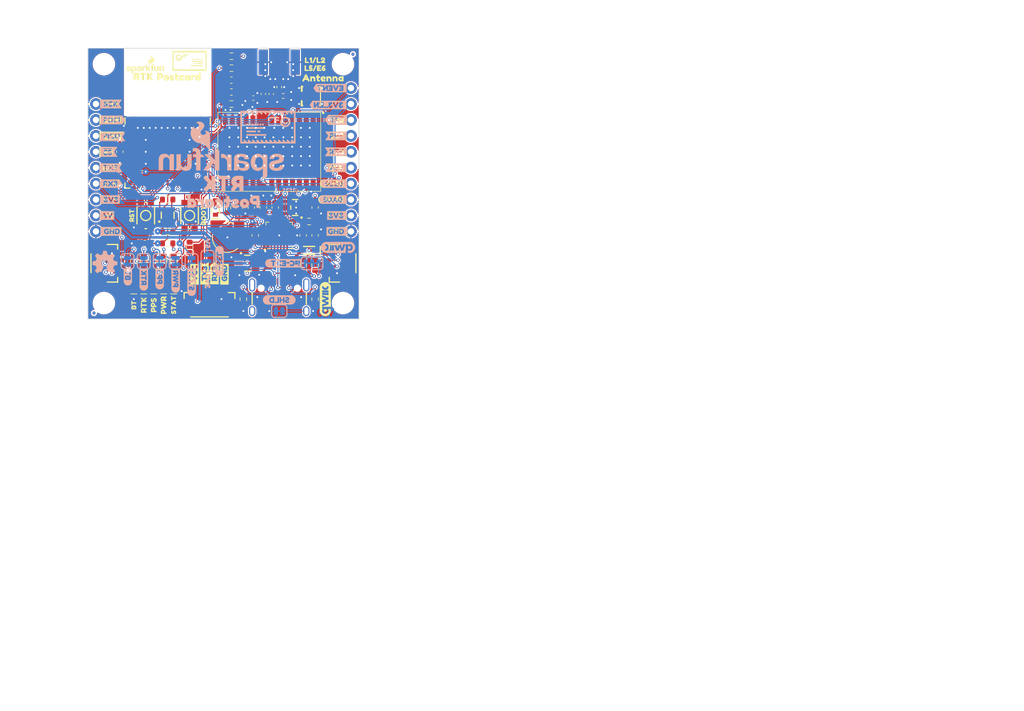
<source format=kicad_pcb>
(kicad_pcb (version 20240108) (generator "pcbnew") (generator_version "8.0")
  (title_block (comment 1 "Designed by: N. Seidle"))
  (layers (0 "F.Cu" signal) (1 "In1.Cu" signal "GND") (2 "In2.Cu" power "3V3") (31 "B.Cu" jumper) (34 "B.Paste" user) (35 "F.Paste" user) (36 "B.SilkS" user "B.Silkscreen") (37 "F.SilkS" user "F.Silkscreen") (38 "B.Mask" user) (39 "F.Mask" user) (44 "Edge.Cuts" user))
  (net 0 "")
  (net 1 "GND")
  (net 3 "VCC_RF")
  (net 4 "V_BCKP")
  (net 5 "5V")
  (net 6 "ANT_IN")
  (net 7 "VBUS")
  (net 8 "ESP_~{RESET}")
  (net 9 "Net-(D6-A)")
  (net 10 "LG-RXD3")
  (net 11 "LG-TXD3")
  (net 12 "LG-EVENT")
  (net 13 "3.3V")
  (net 14 "Net-(C3-Pad1)")
  (net 15 "Net-(D3-A2)")
  (net 16 "Net-(U1-I{slash}O4)")
  (net 19 "ESP14{slash}AIO")
  (net 20 "Net-(J1-SHIELD)")
  (net 21 "Net-(U1-I{slash}O3)")
  (net 27 "Net-(D5-PadC)")
  (net 28 "Net-(D1-A)")
  (net 29 "Net-(D2-A)")
  (net 30 "Net-(D4-A)")
  (net 31 "Net-(F1-Pad1)")
  (net 32 "Net-(J1-CC2)")
  (net 33 "Net-(J1-CC1)")
  (net 34 "Net-(JP2-A)")
  (net 35 "Net-(JP3-A)")
  (net 36 "Net-(JP5-A)")
  (net 37 "LG-~{RESET}")
  (net 39 "LG-RTK")
  (net 43 "ESP0{slash}~{BOOT}")
  (net 46 "3V3_EN")
  (net 49 "Net-(J8-Pin_3)")
  (net 50 "Net-(J8-Pin_1)")
  (net 56 "Net-(Q1B-B2)")
  (net 57 "CH342-~{RTS}")
  (net 60 "CH342-~{DTR}")
  (net 61 "Net-(Q1A-B1)")
  (net 65 "Net-(U4-V3)")
  (net 67 "Net-(JP8-A)")
  (net 68 "LG-RXD1")
  (net 69 "LG-RXD2")
  (net 70 "LG-TXD2")
  (net 71 "LG-TXD1")
  (net 72 "ESP3{slash}RX")
  (net 73 "ESP1{slash}TX")
  (net 80 "ESP35{slash}DeviceSense")
  (net 81 "SHLD_~{CS}")
  (net 83 "SHLD_SCK")
  (net 84 "Net-(D9-A)")
  (net 89 "SHLD_POCI")
  (net 90 "LG-PPS")
  (net 91 "SHLD_PICO")
  (net 92 "Net-(JP1-A)")
  (net 95 "BT_STATUS")
  (net 96 "SDA_1")
  (net 97 "SCL_1")
  (net 99 "SCL_0")
  (net 100 "SDA_0")
  (net 101 "Net-(JP6-B)")
  (net 102 "Net-(JP6-A)")
  (net 103 "Net-(J2-In)")
  (net 104 "Net-(J6-In)")
  (footprint "SparkFun-Capacitor:C_0603_1608Metric" (layer "F.Cu") (at 171.45 99.695 90)
    (property "Reference" "D7")
    (property "Value" "PESD0603-240")
  )
  (footprint "kibuzzard-66F318AF" (layer "F.Cu") (at 174.9425 103.505)
    (property "Reference" "kibuzzard-66F318AF" (hide yes))
    (property "Value" "G***" (hide yes))
  )
  (footprint "kibuzzard-66F3756F" (layer "F.Cu") (at 174.78375 93.345)
    (property "Reference" "kibuzzard-66F3756F" (hide yes))
    (property "Value" "G***" (hide yes))
  )
  (footprint "kibuzzard-66F318A4" (layer "F.Cu") (at 174.9425 100.965)
    (property "Reference" "kibuzzard-66F318A4" (hide yes))
    (property "Value" "G***" (hide yes))
  )
  (footprint "SparkFun-Resistor:R_0402_1005Metric" (layer "F.Cu") (at 166.37 81.915 180)
    (property "Reference" "R20")
    (property "Value" "0")
  )
  (footprint "kibuzzard-64C2E6A3" (layer "F.Cu") (at 147.32 115.268375 90)
    (property "Reference" "kibuzzard-64C2E6A3" (hide yes))
    (property "Value" "G***" (hide yes))
  )
  (footprint "SparkFun-Resistor:R_0603_1608Metric" (layer "F.Cu") (at 158.115 77.47)
    (property "Reference" "R12")
    (property "Value" "10k")
  )
  (footprint "kibuzzard-66F31933" (layer "F.Cu") (at 138.43 90.805)
    (property "Reference" "kibuzzard-66F31933" (hide yes))
    (property "Value" "G***" (hide yes))
  )
  (footprint "SparkFun-Resistor:R_0603_1608Metric" (layer "F.Cu") (at 148.9075 108.2675 -90)
    (property "Reference" "R14")
    (property "Value" "1k")
  )
  (footprint "SparkFun-LED:LED_0603_1608Metric_Yellow" (layer "F.Cu") (at 145.7325 112.0775 90)
    (property "Reference" "D4")
    (property "Value" "Yellow")
  )
  (footprint "SparkFun-Resistor:R_0603_1608Metric" (layer "F.Cu") (at 147.955 98.425)
    (property "Reference" "R11")
    (property "Value" "10k")
  )
  (footprint "SparkFun-Connector:SMA_Edge" (layer "F.Cu") (at 165.735 76.5175)
    (property "Reference" "J2")
    (property "Value" "SMA_Edge")
  )
  (footprint "SparkFun-Aesthetic:Fiducial_0.5mm_Mask1mm" (layer "F.Cu") (at 136.2075 116.5225 90)
    (property "Reference" "FID3")
    (property "Value" "Fiducial_0.5mm")
  )
  (footprint "SparkFun-Resistor:R_0603_1608Metric" (layer "F.Cu") (at 151.4475 106.045 -90)
    (property "Reference" "R8")
    (property "Value" "1k")
  )
  (footprint "SparkFun-Resistor:R_0603_1608Metric" (layer "F.Cu") (at 144.145 108.2675 -90)
    (property "Reference" "R3")
    (property "Value" "1k")
  )
  (footprint "kibuzzard-672FC5CC" (layer "F.Cu") (at 171.45 77.47)
    (property "Reference" "kibuzzard-672FC5CC" (hide yes))
    (property "Value" "G***" (hide yes))
  )
  (footprint "SparkFun-Capacitor:C_0603_1608Metric" (layer "F.Cu") (at 163.195 99.695 90)
    (property "Reference" "C5")
    (property "Value" "0.1uF")
  )
  (footprint "SparkFun-Aesthetic:qwiic_5.5mm" (layer "F.Cu") (at 173.065637 114.3 90)
    (property "Reference" "G***" (hide yes))
    (property "Value" "LOGO" (hide yes))
  )
  (footprint "SparkFun-Connector:USB-C_16" (layer "F.Cu") (at 165.735 111.125)
    (property "Reference" "J1")
    (property "Value" "USB_C_Receptacle")
  )
  (footprint "kibuzzard-66F31920" (layer "F.Cu") (at 139.065 88.265)
    (property "Reference" "kibuzzard-66F31920" (hide yes))
    (property "Value" "G***" (hide yes))
  )
  (footprint "kibuzzard-66F3194C" (layer "F.Cu") (at 153.82875 110.1725 90)
    (property "Reference" "kibuzzard-66F3194C" (hide yes))
    (property "Value" "G***" (hide yes))
  )
  (footprint "SparkFun-Hardware:Standoff" (layer "F.Cu") (at 175.895 76.835 90)
    (property "Reference" "ST2")
    (property "Value" "Standoff")
  )
  (footprint "kibuzzard-672EE156" (layer "F.Cu") (at 174.14875 98.425)
    (property "Reference" "kibuzzard-672EE156" (hide yes))
    (property "Value" "G***" (hide yes))
  )
  (footprint "SparkFun-Connector:1x10" (layer "F.Cu") (at 177.165 80.645 -90)
    (property "Reference" "J11")
    (property "Value" "1x10")
  )
  (footprint "SparkFun-Capacitor:C_0603_1608Metric" (layer "F.Cu") (at 159.385 99.695 -90)
    (property "Reference" "C9")
    (property "Value" "1.0uF")
  )
  (footprint "kibuzzard-66F3186F" (layer "F.Cu") (at 174.78375 88.265)
    (property "Reference" "kibuzzard-66F3186F" (hide yes))
    (property "Value" "G***" (hide yes))
  )
  (footprint "kibuzzard-64C2E6BD" (layer "F.Cu") (at 145.7325 115.2525 90)
    (property "Reference" "kibuzzard-64C2E6BD" (hide yes))
    (property "Value" "G***" (hide yes))
  )
  (footprint "kibuzzard-64C2EB16" (layer "F.Cu") (at 172.70474 79.024035)
    (property "Reference" "kibuzzard-64C2EB16" (hide yes))
    (property "Value" "G***" (hide yes))
  )
  (footprint "kibuzzard-66F3190E" (layer "F.Cu") (at 139.065 85.725)
    (property "Reference" "kibuzzard-66F3190E" (hide yes))
    (property "Value" "G***" (hide yes))
  )
  (footprint "SparkFun-Semiconductor-Standard:SOD-323" (layer "F.Cu") (at 155.575 99.695 90)
    (property "Reference" "D5")
    (property "Value" "PMEG4005EJ")
  )
  (footprint "SparkFun-Connector:JST_SMD_1.25mm-4_Locking" (layer "F.Cu") (at 154.6225 116.205)
    (property "Reference" "J8")
    (property "Value" "JST_Locking_4")
  )
  (footprint "SparkFun-Resistor:R_0603_1608Metric" (layer "F.Cu") (at 160.02 114.3 -90)
    (property "Reference" "R2")
    (property "Value" "5.1k")
  )
  (footprint "SparkFun-Resistor:R_0603_1608Metric" (layer "F.Cu") (at 145.7325 108.2675 -90)
    (property "Reference" "R5")
    (property "Value" "2.2k")
  )
  (footprint "kibuzzard-66E50489" (layer "F.Cu") (at 142.24 100.965 90)
    (property "Reference" "kibuzzard-66E50489" (hide yes))
    (property "Value" "G***" (hide yes))
  )
  (footprint "SparkFun-LED:LED_0603_1608Metric_Red" (layer "F.Cu") (at 147.32 112.0775 90)
    (property "Reference" "D1")
    (property "Value" "Red")
  )
  (footprint "kibuzzard-66F31954" (layer "F.Cu") (at 138.90625 95.885)
    (property "Reference" "kibuzzard-66F31954" (hide yes))
    (property "Value" "G***" (hide yes))
  )
  (footprint "SparkFun-Resistor:R_0603_1608Metric" (layer "F.Cu") (at 147.32 108.2675 -90)
    (property "Reference" "R4")
    (property "Value" "1k")
  )
  (footprint "SparkFun-Capacitor:C_0603_1608Metric" (layer "F.Cu") (at 165.1 99.695 90)
    (property "Reference" "C2")
    (property "Value" "10uF")
  )
  (footprint "SparkFun-LED:LED_0603_1608Metric_White" (layer "F.Cu") (at 144.145 112.0775 90)
    (property "Reference" "D2")
    (property "Value" "White")
  )
  (footprint "kibuzzard-66F31960" (layer "F.Cu") (at 138.27125 100.965)
    (property "Reference" "kibuzzard-66F31960" (hide yes))
    (property "Value" "G***" (hide yes))
  )
  (footprint "kibuzzard-672FC5C6" (layer "F.Cu") (at 171.45 76.2)
    (property "Reference" "kibuzzard-672FC5C6" (hide yes))
    (property "Value" "G***" (hide yes))
  )
  (footprint "SparkFun-Capacitor:C_0603_1608Metric" (layer "F.Cu") (at 140.335 90.805 -90)
    (property "Reference" "C12")
    (property "Value" "1.0uF")
  )
  (footprint "SparkFun-Aesthetic:Fiducial_0.5mm_Mask1mm" (layer "F.Cu") (at 177.4825 75.2475 90)
    (property "Reference" "FID4")
    (property "Value" "Fiducial_0.5mm")
  )
  (footprint "SparkFun-Capacitor:C_0402_1005Metric" (layer "F.Cu") (at 164.465 81.5975 -90)
    (property "Reference" "D3")
    (property "Value" "PESD0402")
  )
  (footprint "SparkFun-Resistor:R_0603_1608Metric" (layer "F.Cu") (at 158.115 75.565 180)
    (property "Reference" "R15")
    (property "Value" "3.3k")
  )
  (footprint "kibuzzard-66F3185F" (layer "F.Cu") (at 174.78375 85.725)
    (property "Reference" "kibuzzard-66F3185F" (hide yes))
    (property "Value" "G***" (hide yes))
  )
  (footprint "SparkFun-LED:LED_0603_1608Metric_Green" (layer "F.Cu") (at 148.9075 112.0775 90)
    (property "Reference" "D6")
    (property "Value" "Green")
  )
  (footprint "SparkFun-LED:LED_0603_1608Metric_Blue" (layer "F.Cu") (at 142.5575 112.0775 90)
    (property "Reference" "D9")
    (property "Value" "Blue")
  )
  (footprint "SparkFun-Resistor:R_0603_1608Metric" (layer "F.Cu") (at 171.45 114.3 -90)
    (property "Reference" "R1")
    (property "Value" "5.1k")
  )
  (footprint "SparkFun-Connector:JST_SMD_1.0mm-4_RA" (layer "F.Cu") (at 140.335 108.585 -90)
    (property "Reference" "J7")
    (property "Value" "Qwiic_RA")
  )
  (footprint "SparkFun-Hardware:Standoff" (layer "F.Cu") (at 137.795 76.835 90)
    (property "Reference" "ST1")
    (property "Value" "Standoff")
  )
  (footprint "kibuzzard-6724512A" (layer "F.Cu") (at 142.5575 115.2525 90)
    (property "Reference" "kibuzzard-6724512A" (hide yes))
    (property "Value" "G***" (hide yes))
  )
  (footprint "LG290P:Quectel_LG290P" (layer "F.Cu") (at 164.1475 90.805 -90)
    (property "Reference" "U3")
    (property "Value" "LG290P")
  )
  (footprint "SparkFun-Semiconductor-Standard:SOT23-5" (layer "F.Cu") (at 168.275 99.695 180)
    (property "Reference" "U2")
    (property "Value" "RT9080-3.3")
  )
  (footprint "SparkFun-Capacitor:C_0603_1608Metric" (layer "F.Cu") (at 158.115 81.28 180)
    (property "Reference" "C4")
    (property "Value" "100pF")
  )
  (footprint "SparkFun-Aesthetic:SparkFun_Logo_6mm" (layer "F.Cu") (at 144.35 77.55)
    (property "Reference" "G***" (hide yes))
    (property "Value" "LOGO" (hide yes))
  )
  (footprint "SparkFun-Capacitor:C_0603_1608Metric" (layer "F.Cu") (at 161.29 99.695 90)
    (property "Reference" "C8")
    (property "Value" "33pF")
  )
  (footprint "SparkFun-Fuse:1206" (layer "F.Cu") (at 165.735 108.585)
    (property "Reference" "F1")
    (property "Value" "6V/0.75A/1.5A")
  )
  (footprint "SparkFun-Capacitor:C_0603_1608Metric" (layer "F.Cu") (at 169.545 104.14 90)
    (property "Reference" "C7")
    (property "Value" "1.0uF")
  )
  (footprint "SparkFun-Resistor:R_0603_1608Metric" (layer "F.Cu") (at 147.955 103.505 180)
    (property "Reference" "R10")
    (property "Value" "10k")
  )
  (footprint "SparkFun-Switch:Push_SMD_4.6x2.8mm_h2.5mm" (layer "F.Cu") (at 151.4475 100.965 90)
    (property "Reference" "SW5")
    (property "Value" "Boot")
  )
  (footprint "SparkFun-Resistor:R_0402_1005Metric" (layer "F.Cu") (at 165.735 80.48625 -90)
    (property "Reference" "R19")
    (property "Value" "0")
  )
  (footprint "kibuzzard-66E50481" (layer "F.Cu") (at 153.67 100.965 90)
    (property "Reference" "kibuzzard-66E50481" (hide yes))
    (property "Value" "G***" (hide yes))
  )
  (footprint "kibuzzard-66F31954" (layer "F.Cu") (at 155.41625 110.1725 90)
    (property "Reference" "kibuzzard-66F31954" (hide yes))
    (property "Value" "G***" (hide yes))
  )
  (footprint "SparkFun-Semiconductor-Standard:QFN-24-1EP_4x4mm_P0.5mm_EP2.7x2.7mm" (layer "F.Cu") (at 165.735 104.14 90)
    (property "Reference" "U4")
    (property "Value" "CH342F")
  )
  (footprint "kibuzzard-66E505A3" (layer "F.Cu") (at 149.7475 78.82)
    (property "Reference" "kibuzzard-66E505A3" (hide yes))
    (property "Value" "G***" (hide yes))
  )
  (footprint "kibuzzard-66F31D00" (layer "F.Cu") (at 152.24125 110.33125 90)
    (property "Reference" "kibuzzard-66F31D00" (hide yes))
    (property "Value" "G***" (hide yes))
  )
  (footprint "kibuzzard-66F31965" (layer "F.Cu") (at 157.00375 110.33125 90)
    (property "Reference" "kibuzzard-66F31965" (hide yes))
    (property "Value" "G***" (hide yes))
  )
  (footprint "SparkFun-Capacitor:C_0603_1608Metric" (layer "F.Cu") (at 161.925 104.14 -90)
    (property "Reference" "C10")
    (property "Value" "0.1uF")
  )
  (footprint "SparkFun-Capacitor:C_0402_1005Metric" (layer "F.Cu") (at 161.6075 82.2325 180)
    (property "Reference" "C6")
    (property "Value" "100pF")
  )
  (footprint "SparkFun-Connector:JST_SMD_1.0mm-4_RA" (layer "F.Cu") (at 173.355 108.585 90)
    (property "Reference" "J4")
    (property "Value" "Qwiic_RA")
  )
  (footprint "SparkFun-Semiconductor-Standard:SOT23-6" (layer "F.Cu") (at 160.655 108.585)
    (property "Reference" "U1")
    (property "Value" "DT1042-04SO")
  )
  (footprint "kibuzzard-66E5059C" (layer "F.Cu") (at 144.0325 78.82)
    (property "Reference" "kibuzzard-66E5059C" (hide yes))
    (property "Value" "G***" (hide yes))
  )
  (footprint "SparkFun-Resistor:R_0603_1608Metric" (layer "F.Cu") (at 147.955 105.41 180)
    (property "Reference" "R13")
    (property "Value" "10k")
  )
  (footprint "SparkFun-Switch:Push_SMD_4.6x2.8mm_h2.5mm" (layer "F.Cu") (at 144.4625 100.965 -90)
    (property "Reference" "SW4")
    (property "Value" "Reset")
  )
  (footprint "SparkFun-Resistor:R_0603_1608Metric" (layer "F.Cu") (at 171.45 108.9025 90)
    (property "Reference" "R17")
    (property "Value" "2.2k")
  )
  (footprint "kibuzzard-66F3194C" (layer "F.Cu") (at 138.90625 93.345)
    (property "Reference" "kibuzzard-66F3194C" (hide yes))
    (property "Value" "G***" (hide yes))
  )
  (footprint "SparkFun-Semiconductor-Standard:SOT-323" (layer "F.Cu") (at 147.955 100.9325 90)
    (property "Reference" "Q1")
    (property "Value" "MBT3904DW1")
  )
  (footprint "SparkFun-Resistor:R_0603_1608Metric" (layer "F.Cu") (at 158.115 83.185)
    (property "Reference" "R6")
    (property "Value" "10")
  )
  (footprint "SparkFun-Connector:U.FL" (layer "F.Cu") (at 170.815 81.915 180)
    (property "Reference" "J6")
    (property "Value" "Val**")
  )
  (footprint "SparkFun-Capacitor:C_0603_1608Metric" (layer "F.Cu") (at 171.45 104.14 90)
    (property "Reference" "C1")
    (property "Value" "0.1uF")
  )
  (footprint "kibuzzard-64C2E6D6" (layer "F.Cu") (at 144.145 115.2525 90)
    (property "Reference" "kibuzzard-64C2E6D6" (hide yes))
    (property "Value" "G***" (hide yes))
  )
  (footprint "SparkFun-Battery:ML414H_IV01E" (layer "F.Cu") (at 157.48 104.4575 90)
    (property "Reference" "BT1")
    (property "Value" "6.8mm_ML414H")
  )
  (footprint "SparkFun-RF:ESP32-PICO-MINI" (layer "F.Cu") (at 147.955 90.805)
    (property "Reference" "U5")
    (property "Value" "ESP32-PICO-V3-02")
  )
  (footprint "kibuzzard-66F3187E" (layer "F.Cu") (at 174.78375 90.805)
    (property "Reference" "kibuzzard-66F3187E" (hide yes))
    (property "Value" "G***" (hide yes))
  )
  (footprint "SparkFun-Resistor:R_0603_1608Metric" (layer "F.Cu") (at 170.4975 101.9175)
    (property "Reference" "R9")
    (property "Value" "100k")
  )
  (footprint "kibuzzard-672EE142" (layer "F.Cu") (at 174.3075 95.885)
    (property "Reference" "kibuzzard-672EE142" (hide yes))
    (property "Value" "G***" (hide yes))
  )
  (footprint "SparkFun-Capacitor:C_0603_1608Metric" (layer "F.Cu") (at 158.115 79.375 180)
    (property "Reference" "C3")
    (property "Value" "0.1uF")
  )
  (footprint "kibuzzard-66F318EE" (layer "F.Cu") (at 138.90625 83.185)
    (property "Reference" "kibuzzard-66F318EE" (hide yes))
    (property "Value" "G***" (hide yes))
  )
  (footprint "SparkFun-Resistor:R_0603_1608Metric" (layer "F.Cu") (at 142.5575 108.2675 -90)
    (property "Reference" "R16")
    (property "Value" "2.2k")
  )
  (footprint "SparkFun-Capacitor:C_0402_1005Metric" (layer "F.Cu") (at 163.195 81.5975 -90)
    (property "Reference" "L1")
    (property "Value" "68nH")
  )
  (footprint "SparkFun-Aesthetic:Creative_Commons_License" (layer "F.Cu") (at 232.41 163.83)
    (property "Reference" "G1" (hide yes))
    (property "Value" "OSHW_Logo" (hide yes))
  )
  (footprint "kibuzzard-66E5016F" (layer "F.Cu") (at 148.9075 115.2525 90)
    (property "Reference" "kibuzzard-66E5016F" (hide yes))
    (property "Value" "G***" (hide yes))
  )
  (footprint "SparkFun-Hardware:Standoff" (layer "F.Cu") (at 137.795 114.935 90)
    (property "Reference" "ST3")
    (property "Value" "Standoff")
  )
  (footprint "SparkFun-Capacitor:C_0603_1608Metric" (layer "F.Cu") (at 144.3225 105.41 180)
    (property "Reference" "C11")
    (property "Value" "1.0uF")
  )
  (footprint "kibuzzard-66F31965" (layer "F.Cu") (at 138.90625 103.505)
    (property "Reference" "kibuzzard-66F31965" (hide yes))
    (property "Value" "G***" (hide yes))
  )
  (footprint "kibuzzard-66F31959" (layer "F.Cu") (at 138.7475 98.425)
    (property "Reference" "kibuzzard-66F31959" (hide yes))
    (property "Value" "G***" (hide yes))
  )
  (footprint "SparkFun-Resistor:R_0603_1608Metric" (layer "F.Cu") (at 157.48 99.695 90)
    (property "Reference" "R7")
    (property "Value" "1k")
  )
  (footprint "SparkFun-Semiconductor-Standard:SOD-323" (layer "F.Cu") (at 170.4975 106.52125 180)
    (property "Reference" "D8")
    (property "Value" "BAT60A")
  )
  (footprint "SparkFun-Connector:1x09" (layer "F.Cu") (at 136.525 103.505 90)
    (property "Reference" "J5")
    (property "Value" "1x09")
  )
  (footprint "SparkFun-Resistor:R_0603_1608Metric" (layer "F.Cu") (at 169.545 108.9025 90)
    (property "Reference" "R18")
    (property "Value" "2.2k")
  )
  (footprint "SparkFun-Hardware:Standoff" (layer "F.Cu") (at 175.895 114.935 90)
    (property "Reference" "ST4")
    (property "Value" "Standoff")
  )
  (footprint "kibuzzard-66F31A60" (layer "B.Cu") (at 138.90625 95.885 180)
    (property "Reference" "kibuzzard-66F31A60" (hide yes))
    (property "Value" "G***" (hide yes))
  )
  (footprint "kibuzzard-66F31B2D" (layer "B.Cu") (at 174.78375 88.265 180)
    (property "Reference" "kibuzzard-66F31B2D" (hide yes))
    (property "Value" "G***" (hide yes))
  )
  (footprint "SparkFun-Jumper:Jumper_3_NC-1_Trace" (layer "B.Cu") (at 154.305 108.2675 90)
    (property "Reference" "JP4")
    (property "Value" "VSEL")
  )
  (footprint "kibuzzard-66F31A0F" (layer "B.Cu") (at 138.90625 83.185 180)
    (property "Reference" "kibuzzard-66F31A0F" (hide yes))
    (property "Value" "G***" (hide yes))
  )
  (footprint "SparkFun-Connector:TestPoint-1.0mm" (layer "B.Cu") (at 149.86 102.235 -90)
    (property "Reference" "TP1")
    (property "Value" "PTH")
  )
  (footprint "SparkFun-Jumper:Jumper_2_NC_Trace" (layer "B.Cu") (at 146.685 108.2675 -90)
    (property "Reference" "JP3")
    (property "Value" "PPS")
  )
  (footprint "kibuzzard-66F31A40" (layer "B.Cu") (at 139.22375 85.725 180)
    (property "Reference" "kibuzzard-66F31A40" (hide yes))
    (property "Value" "G***" (hide yes))
  )
  (footprint "SparkFun-Jumper:Jumper_2_NC_Trace" (layer "B.Cu") (at 151.765 108.2675 90)
    (property "Reference" "JP8")
    (property "Value" "STAT")
  )
  (footprint "kibuzzard-66F31B4F" (layer "B.Cu") (at 174.9425 103.505 180)
    (property "Reference" "kibuzzard-66F31B4F" (hide yes))
    (property "Value" "G***" (hide yes))
  )
  (footprint "kibuzzard-64C3DF93" (layer "B.Cu") (at 165.735 114.431208 180)
    (property "Reference" "kibuzzard-64C3DF93" (hide yes))
    (property "Value" "G***" (hide yes))
  )
  (footprint "kibuzzard-66F31AC6" (layer "B.Cu") (at 156.845 95.885 180)
    (property "Reference" "kibuzzard-66F31AC6" (hide yes))
    (property "Value" "G***" (hide yes))
  )
  (footprint "SparkFun-Jumper:Jumper_2_NC_Trace" (layer "B.Cu") (at 165.735 116.20875)
    (property "Reference" "JP7")
    (property "Value" "~")
  )
  (footprint "kibuzzard-66F2CD30" (layer "B.Cu") (at 146.685 111.125 90)
    (property "Reference" "kibuzzard-66F2CD30" (hide yes))
    (property "Value" "G***" (hide yes))
  )
  (footprint "kibuzzard-66F2CCE8" (layer "B.Cu") (at 151.765 111.633 90)
    (property "Reference" "kibuzzard-66F2CCE8" (hide yes))
    (property "Value" "G***" (hide yes))
  )
  (footprint "kibuzzard-66F31B16" (layer "B.Cu") (at 173.51375 83.34375 180)
    (property "Reference" "kibuzzard-66F31B16" (hide yes))
    (property "Value" "G***" (hide yes))
  )
  (footprint "kibuzzard-66F31A71" (layer "B.Cu") (at 138.27125 100.965 180)
    (property "Reference" "kibuzzard-66F31A71" (hide yes))
    (property "Value" "G***" (hide yes))
  )
  (footprint "kibuzzard-672FC890" (layer "B.Cu") (at 174.46625 95.885 180)
    (property "Reference" "kibuzzard-672FC890" (hide yes))
    (property "Value" "G***" (hide yes))
  )
  (footprint "kibuzzard-672FC715" (layer "B.Cu") (at 166.37 108.585 180)
    (property "Reference" "kibuzzard-672FC715" (hide yes))
    (property "Value" "G***" (hide yes))
  )
  (footprint "SparkFun-Connector:TestPoint-1.0mm" (layer "B.Cu") (at 146.3675 103.505 -90)
    (property "Reference" "TP2")
    (property "Value" "PTH")
  )
  (footprint "SparkFun-Aesthetic:Fiducial_0.5mm_Mask1mm" (layer "B.Cu") (at 136.2075 116.5225 -90)
    (property "Reference" "FID2")
    (property "Value" "Fiducial_0.5mm")
  )
  (footprint "SparkFun-Aesthetic:Fiducial_0.5mm_Mask1mm" (layer "B.Cu") (at 177.4825 75.2475 -90)
    (property "Reference" "FID1")
    (property "Value" "Fiducial_0.5mm")
  )
  (footprint "kibuzzard-672FC894" (layer "B.Cu") (at 174.3075 98.425 180)
    (property "Reference" "kibuzzard-672FC894" (hide yes))
    (property "Value" "G***" (hide yes))
  )
  (footprint "SparkFun-Aesthetic:SparkFun_Logo_20mm" (layer "B.Cu") (at 156.845 92.3925 180)
    (property "Reference" "G***" (hide yes))
    (property "Value" "LOGO" (hide yes))
  )
  (footprint "kibuzzard-66F31A48" (layer "B.Cu") (at 139.22375 88.42375 180)
    (property "Reference" "kibuzzard-66F31A48" (hide yes))
    (property "Value" "G***" (hide yes))
  )
  (footprint "SparkFun-Connector:TestPoint-1.0mm" (layer "B.Cu") (at 149.86 105.41 -90)
    (property "Reference" "TP4")
    (property "Value" "PTH")
  )
  (footprint "kibuzzard-66F31B33" (layer "B.Cu") (at 174.78375 90.805 180)
    (property "Reference" "kibuzzard-66F31B33" (hide yes))
    (property "Value" "G***" (hide yes))
  )
  (footprint "SparkFun-Aesthetic:qwiic_5.5mm" (layer "B.Cu") (at 175.10125 106.045 180)
    (property "Reference" "G***" (hide yes))
    (property "Value" "LOGO" (hide yes))
  )
  (footprint "kibuzzard-66F2CD12" (layer "B.Cu") (at 149.225 111.379 90)
    (property "Reference" "kibuzzard-66F2CD12" (hide yes))
    (property "Value" "G***" (hide yes))
  )
  (footprint "kibuzzard-66F31B25" (layer "B.Cu") (at 174.78375 85.725 180)
    (property "Reference" "kibuzzard-66F31B25" (hide yes))
    (property "Value" "G***" (hide yes))
  )
  (footprint "SparkFun-Aesthetic:OSHW_Logo_4mm" (layer "B.Cu") (at 137.95375 108.585 180)
    (property "Reference" "Ref**" (hide yes))
    (property "Value" "Val**" (hide yes))
  )
  (footprint "SparkFun-Jumper:Jumper_2_NC_Trace" (layer "B.Cu") (at 141.55875 108.2675 -90)
    (property "Reference" "JP1")
    (property "Value" "BT")
  )
  (footprint "kibuzzard-66F2CD24" (layer "B.Cu") (at 144.145 111.252 90)
    (property "Reference" "kibuzzard-66F2CD24" (hide yes))
    (property "Value" "G***" (hide yes))
  )
  (footprint "kibuzzard-66CB830B" (layer "B.Cu") (at 154.305 105.41 90)
    (property "Reference" "kibuzzard-66CB830B" (hide yes))
    (property "Value" "G***" (hide yes))
  )
  (footprint "kibuzzard-672FC6B5" (layer "B.Cu") (at 141.605 110.8075 90)
    (property "Reference" "kibuzzard-672FC6B5" (hide yes))
    (property "Value" "G***" (hide yes))
  )
  (footprint "SparkFun-Connector:TestPoint-1.0mm" (layer "B.Cu") (at 146.3675 105.41 -90)
    (property "Reference" "TP3")
    (property "Value" "PTH")
  )
  (footprint "SparkFun-Jumper:Jumper_2_NC_Trace" (layer "B.Cu") (at 149.225 108.2675 -90)
    (property "Reference" "JP2")
    (property "Value" "PWR")
  )
  (footprint "kibuzzard-66F37583" (layer "B.Cu") (at 174.78375 93.345 180)
    (property "Reference" "kibuzzard-66F37583" (hide yes))
    (property "Value" "G***" (hide yes))
  )
  (footprint "kibuzzard-66CB82FB" (layer "B.Cu") (at 154.305 111.4425 90)
    (property "Reference" "kibuzzard-66CB82FB" (hide yes))
    (property "Value" "G***" (hide yes))
  )
  (footprint "kibuzzard-66F31A58" (layer "B.Cu") (at 138.90625 93.345 180)
    (property "Reference" "kibuzzard-66F31A58" (hide yes))
    (property "Value" "G***" (hide yes))
  )
  (footprint "kibuzzard-66CB829C" (layer "B.Cu") (at 156.21 108.2675 90)
    (property "Reference" "kibuzzard-66CB829C" (hide yes))
    (property "Value" "G***" (hide yes))
  )
  (footprint "kibuzzard-66F31A78" (layer "B.Cu") (at 138.90625 103.505 180)
    (property "Reference" "kibuzzard-66F31A78" (hide yes))
    (property "Value" "G***" (hide yes))
  )
  (footprint "kibuzzard-66F31AE7" (layer "B.Cu") (at 173.83125 80.645 180)
    (property "Reference" "kibuzzard-66F31AE7" (hide yes))
    (property "Value" "G***" (hide yes))
  )
  (footprint "SparkFun-Jumper:Jumper_3_NC-2_Trace" (layer "B.Cu") (at 170.97375 108.585)
    (property "Reference" "JP6")
    (property "Value" "I²C-EXT")
  )
  (footprint "kibuzzard-66F31A68" (layer "B.Cu") (at 138.7475 98.425 180)
    (property "Reference" "kibuzzard-66F31A68" (hide yes))
    (property "Value" "G***" (hide yes))
  )
  (footprint "kibuzzard-66F31B4A" (layer "B.Cu") (at 174.9425 100.965 180)
    (property "Reference" "kibuzzard-66F31B4A" (hide yes))
    (property "Value" "G***" (hide yes))
  )
  (footprint "SparkFun-Jumper:Jumper_2_NC_Trace" (layer "B.Cu") (at 144.145 108.2675 -90)
    (property "Reference" "JP5")
    (property "Value" "RTK")
  )
  (footprint "SparkFun-Connector:TestPoint-1.0mm" (layer "B.Cu") (at 144.4625 93.98 -90)
    (property "Reference" "TP6")
    (property "Value" "PTH")
  )
  (footprint "kibuzzard-66F31A50" (layer "B.Cu") (at 138.58875 90.805 180)
    (property "Reference" "kibuzzard-66F31A50" (hide yes))
    (property "Value" "G***" (hide yes))
  )
  (footprint "kibuzzard-66F31AD0" (layer "B.Cu") (at 156.845 98.7425 180)
    (property "Reference" "kibuzzard-66F31AD0" (hide yes))
    (property "Value" "G***" (hide yes))
  )
  (gr_poly (pts (xy 161.616589 86.332841) (xy 161.329452 86.332841) (xy 161.329452 86.602023) (xy 161.616589 86.602023)) (stroke (width -0.000001)) (fill solid) (layer "B.SilkS"))
  (gr_poly (pts (xy 162.029339 87.427541) (xy 160.503952 87.427541) (xy 160.503952 87.696722) (xy 162.029339 87.696722)) (stroke (width -0.000001)) (fill solid) (layer "B.SilkS"))
  (gr_poly (pts (xy 162.71127 87.427541) (xy 162.29852 87.427541) (xy 162.29852 87.696722) (xy 162.71127 87.696722)) (stroke (width -0.000001)) (fill solid) (layer "B.SilkS"))
  (gr_poly (pts (xy 162.854839 86.332841) (xy 162.567702 86.332841) (xy 162.567702 86.602023) (xy 162.854839 86.602023)) (stroke (width -0.000001)) (fill solid) (layer "B.SilkS"))
  (gr_poly (pts (xy 160.791089 86.332841) (xy 160.503952 86.332841) (xy 160.503952 86.602023) (xy 160.791089 86.602023)) (stroke (width -0.000001)) (fill solid) (layer "B.SilkS"))
  (gr_poly (pts (xy 162.029339 86.332841) (xy 161.742202 86.332841) (xy 161.742202 86.602023) (xy 162.029339 86.602023)) (stroke (width -0.000001)) (fill solid) (layer "B.SilkS"))
  (gr_poly (pts (xy 168.334301 84.261026) (xy 159.528968 84.261026) (xy 159.528968 84.540785) (xy 159.79815 84.540785) (xy 160.161181 84.903833) (xy 160.351527 84.713486) (xy 160.168249 84.530208) (xy 160.475937 84.530208) (xy 160.849562 84.903833) (xy 161.039925 84.713486) (xy 160.856647 84.530208) (xy 161.164369 84.530208) (xy 161.537994 84.903833) (xy 161.72834 84.713486) (xy 161.545062 84.530208) (xy 161.85275 84.530208) (xy 162.226375 84.903833) (xy 162.416704 84.713486) (xy 162.233426 84.530208) (xy 162.541148 84.530208) (xy 162.914773 84.903833) (xy 163.105102 84.713486) (xy 162.921824 84.530208) (xy 163.229547 84.530208) (xy 163.603171 84.903833) (xy 163.793552 84.713469) (xy 163.610274 84.53019) (xy 163.917996 84.53019) (xy 164.291621 84.903815) (xy 164.481968 84.713469) (xy 164.298691 84.53019) (xy 164.606413 84.53019) (xy 164.980038 84.903815) (xy 165.170367 84.713469) (xy 164.987089 84.53019) (xy 165.294777 84.53019) (xy 165.668401 84.903815) (xy 165.85873 84.713469) (xy 165.675452 84.53019) (xy 165.983175 84.53019) (xy 166.356799 84.903815) (xy 166.547128 84.713469) (xy 166.36385 84.53019) (xy 166.671572 84.53019) (xy 167.045197 84.903815) (xy 167.235527 84.713469) (xy 167.052248 84.53019) (xy 167.35997 84.53019) (xy 167.733595 84.903815) (xy 167.923924 84.713469) (xy 167.740646 84.53019) (xy 168.065049 84.53019) (xy 168.065049 89.164839) (xy 167.744084 88.843875) (xy 167.553755 89.034221) (xy 167.737034 89.2175) (xy 167.429312 89.2175) (xy 167.055687 88.843875) (xy 166.86534 89.034221) (xy 167.048619 89.2175) (xy 166.740896 89.2175) (xy 166.367271 88.843875) (xy 166.176942 89.034221) (xy 166.360221 89.2175) (xy 166.052498 89.2175) (xy 165.678873 88.843875) (xy 165.488544 89.034221) (xy 165.671823 89.2175) (xy 165.364135 89.2175) (xy 164.99051 88.843875) (xy 164.800181 89.034221) (xy 164.983459 89.2175) (xy 164.675737 89.2175) (xy 164.302112 88.843875) (xy 164.111783 89.034221) (xy 164.295062 89.2175) (xy 163.987339 89.2175) (xy 163.613714 88.843875) (xy 163.423385 89.034221) (xy 163.606663 89.2175) (xy 163.298941 89.2175) (xy 162.925316 88.843875) (xy 162.73497 89.034221) (xy 162.918248 89.2175) (xy 162.610525 89.2175) (xy 162.2369 88.843875) (xy 162.046571 89.034221) (xy 162.229849 89.2175) (xy 161.922161 89.2175) (xy 161.548536 88.843875) (xy 161.358207 89.034221) (xy 161.541485 89.2175) (xy 161.233797 89.2175) (xy 160.860155 88.843875) (xy 160.669809 89.034221) (xy 160.853087 89.2175) (xy 160.545365 89.2175) (xy 160.17174 88.843875) (xy 159.981411 89.034221) (xy 160.164689 89.2175) (xy 159.79815 89.2175) (xy 159.79815 84.540785) (xy 159.528968 84.540785) (xy 159.528968 89.486681) (xy 168.334301 89.486681)) (stroke (width -0.000001)) (fill solid) (layer "B.SilkS"))
  (gr_poly (pts (xy 163.680338 87.983841) (xy 160.503952 87.983841) (xy 160.503952 88.253023) (xy 163.680338 88.253023)) (stroke (width -0.000001)) (fill solid) (layer "B.SilkS"))
  (gr_poly (pts (xy 163.267589 86.332841) (xy 162.980452 86.332841) (xy 162.980452 86.602023) (xy 163.267589 86.602023)) (stroke (width -0.000001)) (fill solid) (layer "B.SilkS"))
  (gr_poly (pts (xy 161.203839 86.332841) (xy 160.916702 86.332841) (xy 160.916702 86.602023) (xy 161.203839 86.602023)) (stroke (width -0.000001)) (fill solid) (layer "B.SilkS"))
  (gr_poly (pts (xy 162.442088 86.332841) (xy 162.154952 86.332841) (xy 162.154952 86.602023) (xy 162.442088 86.602023)) (stroke (width -0.000001)) (fill solid) (layer "B.SilkS"))
  (gr_poly (pts (xy 166.745453 86.869685) (xy 166.787194 86.866501) (xy 166.828335 86.861258) (xy 166.868824 86.854008) (xy 166.908608 86.844802) (xy 166.947636 86.833695) (xy 166.985855 86.820736) (xy 167.023214 86.805979) (xy 167.05966 86.789476) (xy 167.095141 86.771279) (xy 167.129605 86.751439) (xy 167.163 86.730009) (xy 167.195274 86.707042) (xy 167.226375 86.682588) (xy 167.25625 86.656701) (xy 167.284848 86.629433) (xy 167.312116 86.600835) (xy 167.338002 86.570959) (xy 167.362455 86.539858) (xy 167.385421 86.507585) (xy 167.40685 86.47419) (xy 167.426689 86.439726) (xy 167.444885 86.404246) (xy 167.461387 86.367801) (xy 167.476143 86.330444) (xy 167.4891 86.292226) (xy 167.500206 86.2532) (xy 167.509409 86.213418) (xy 167.516658 86.172931) (xy 167.5219 86.131793) (xy 167.525082 86.090055) (xy 167.526153 86.047769) (xy 167.525081 86.005482) (xy 167.521897 85.963742) (xy 167.516654 85.922603) (xy 167.509404 85.882116) (xy 167.500199 85.842333) (xy 167.489092 85.803306) (xy 167.476134 85.765087) (xy 167.461377 85.72773) (xy 167.444875 85.691284) (xy 167.426678 85.655804) (xy 167.406838 85.62134) (xy 167.385409 85.587946) (xy 167.362442 85.555672) (xy 167.337989 85.524572) (xy 167.312103 85.494697) (xy 167.284834 85.466099) (xy 167.256237 85.438831) (xy 167.226362 85.412944) (xy 167.195261 85.388491) (xy 167.162988 85.365524) (xy 167.129593 85.344095) (xy 167.09513 85.324256) (xy 167.059649 85.306059) (xy 167.023204 85.289556) (xy 166.985846 85.274799) (xy 166.947628 85.261842) (xy 166.908601 85.250734) (xy 166.868818 85.241529) (xy 166.828331 85.23428) (xy 166.787191 85.229037) (xy 166.745452 85.225853) (xy 166.703164 85.22478) (xy 166.660877 85.225853) (xy 166.619138 85.229037) (xy 166.577998 85.23428) (xy 166.537511 85.241529) (xy 166.497728 85.250734) (xy 166.458701 85.261842) (xy 166.420483 85.274799) (xy 166.383125 85.289556) (xy 166.34668 85.306059) (xy 166.311199 85.324256) (xy 166.276736 85.344095) (xy 166.243341 85.365524) (xy 166.211068 85.388491) (xy 166.179967 85.412944) (xy 166.150092 85.438831) (xy 166.121494 85.466099) (xy 166.094226 85.494697) (xy 166.06834 85.524572) (xy 166.043887 85.555672) (xy 166.02092 85.587946) (xy 165.999491 85.62134) (xy 165.979651 85.655804) (xy 165.961454 85.691284) (xy 165.944952 85.72773) (xy 165.930195 85.765087) (xy 165.917237 85.803306) (xy 165.90613 85.842333) (xy 165.896925 85.882116) (xy 165.889675 85.922603) (xy 165.884432 85.963742) (xy 165.881248 86.005482) (xy 165.880176 86.047752) (xy 166.149357 86.047752) (xy 166.150079 86.019296) (xy 166.152222 85.991209) (xy 166.15575 85.963526) (xy 166.160628 85.936282) (xy 166.166822 85.909511) (xy 166.174296 85.88325) (xy 166.183016 85.857532) (xy 166.192945 85.832393) (xy 166.20405 85.807868) (xy 166.216295 85.783993) (xy 166.229645 85.760802) (xy 166.244064 85.73833) (xy 166.259519 85.716612) (xy 166.275974 85.695684) (xy 166.293393 85.67558) (xy 166.311742 85.656336) (xy 166.330986 85.637986) (xy 166.351089 85.620567) (xy 166.372017 85.604111) (xy 166.393735 85.588656) (xy 166.416207 85.574236) (xy 166.439398 85.560885) (xy 166.463274 85.54864) (xy 166.487799 85.537535) (xy 166.512938 85.527605) (xy 166.538656 85.518885) (xy 166.564918 85.51141) (xy 166.59169 85.505216) (xy 166.618935 85.500337) (xy 166.646619 85.496809) (xy 166.674708 85.494667) (xy 166.703164 85.493945) (xy 166.731621 85.494667) (xy 166.75971 85.496809) (xy 166.787394 85.500337) (xy 166.814639 85.505216) (xy 166.841411 85.51141) (xy 166.867673 85.518885) (xy 166.893391 85.527605) (xy 166.91853 85.537535) (xy 166.943055 85.54864) (xy 166.966931 85.560885) (xy 166.990122 85.574236) (xy 167.012594 85.588656) (xy 167.034312 85.604111) (xy 167.05524 85.620567) (xy 167.075343 85.637986) (xy 167.094587 85.656336) (xy 167.112936 85.67558) (xy 167.130355 85.695684) (xy 167.14681 85.716612) (xy 167.162265 85.73833) (xy 167.176684 85.760802) (xy 167.190034 85.783993) (xy 167.202279 85.807868) (xy 167.213384 85.832393) (xy 167.223313 85.857532) (xy 167.232033 85.88325) (xy 167.239507 85.909511) (xy 167.245701 85.936282) (xy 167.250579 85.963526) (xy 167.254107 85.991209) (xy 167.25625 86.019296) (xy 167.256972 86.047752) (xy 167.25625 86.076207) (xy 167.254107 86.104294) (xy 167.250579 86.131977) (xy 167.245701 86.159222) (xy 167.239507 86.185992) (xy 167.232033 86.212254) (xy 167.223313 86.237972) (xy 167.213384 86.26311) (xy 167.202279 86.287635) (xy 167.190034 86.311511) (xy 167.176684 86.334702) (xy 167.162265 86.357174) (xy 167.14681 86.378891) (xy 167.130355 86.39982) (xy 167.112936 86.419923) (xy 167.094587 86.439168) (xy 167.075343 86.457517) (xy 167.05524 86.474937) (xy 167.034312 86.491392) (xy 167.012594 86.506847) (xy 166.990122 86.521268) (xy 166.966931 86.534618) (xy 166.943055 86.546863) (xy 166.91853 86.557969) (xy 166.893391 86.567899) (xy 166.867673 86.576619) (xy 166.841411 86.584093) (xy 166.814639 86.590287) (xy 166.787394 86.595166) (xy 166.75971 86.598694) (xy 166.731621 86.600837) (xy 166.703164 86.601559) (xy 166.674709 86.600837) (xy 166.646622 86.598694) (xy 166.618939 86.595166) (xy 166.591695 86.590287) (xy 166.564924 86.584093) (xy 166.538662 86.576619) (xy 166.512945 86.567899) (xy 166.487806 86.557969) (xy 166.463281 86.546863) (xy 166.439406 86.534618) (xy 166.416214 86.521268) (xy 166.393742 86.506847) (xy 166.372025 86.491392) (xy 166.351097 86.474937) (xy 166.330993 86.457517) (xy 166.311749 86.439168) (xy 166.293399 86.419924) (xy 166.275979 86.39982) (xy 166.259524 86.378892) (xy 166.244069 86.357174) (xy 166.229649 86.334702) (xy 166.216298 86.311511) (xy 166.204053 86.287635) (xy 166.192948 86.263111) (xy 166.183017 86.237972) (xy 166.174298 86.212254) (xy 166.166823 86.185992) (xy 166.160629 86.159222) (xy 166.15575 86.131977) (xy 166.152222 86.104294) (xy 166.150079 86.076207) (xy 166.149357 86.047752) (xy 165.880176 86.047752) (xy 165.880175 86.047769) (xy 165.881248 86.090056) (xy 165.884432 86.131796) (xy 165.889675 86.172935) (xy 165.896925 86.213423) (xy 165.90613 86.253206) (xy 165.917237 86.292232) (xy 165.930195 86.330451) (xy 165.944952 86.367809) (xy 165.961454 86.404254) (xy 165.979651 86.439734) (xy 165.999491 86.474198) (xy 166.02092 86.507592) (xy 166.043887 86.539866) (xy 166.06834 86.570966) (xy 166.094226 86.600841) (xy 166.121494 86.629439) (xy 166.150092 86.656707) (xy 166.179967 86.682594) (xy 166.211068 86.707047) (xy 166.243341 86.730014) (xy 166.276736 86.751443) (xy 166.311199 86.771282) (xy 166.34668 86.789479) (xy 166.383125 86.805982) (xy 166.420483 86.820738) (xy 166.458701 86.833696) (xy 166.497728 86.844804) (xy 166.537511 86.854008) (xy 166.577998 86.861258) (xy 166.619138 86.866501) (xy 166.660877 86.869685) (xy 166.703164 86.870758)) (stroke (width -0.000001)) (fill solid) (layer "B.SilkS"))
  (gr_poly (pts (xy 165.744088 85.632972) (xy 165.044202 85.632972) (xy 165.044202 85.902154) (xy 165.744088 85.902154)) (stroke (width -0.000001)) (fill solid) (layer "B.SilkS"))
  (gr_poly (pts (xy 165.744088 85.220222) (xy 164.218702 85.220222) (xy 164.218702 85.489404) (xy 165.744088 85.489404)) (stroke (width -0.000001)) (fill solid) (layer "B.SilkS"))
  (gr_poly (pts (xy 163.267589 86.871222) (xy 160.503952 86.871222) (xy 160.503952 87.140404) (xy 163.267589 87.140404)) (stroke (width -0.000001)) (fill solid) (layer "B.SilkS"))
  (gr_poly (pts (xy 166.72423 86.455155) (xy 166.745023 86.453628) (xy 166.765517 86.45111) (xy 166.785686 86.447623) (xy 166.805504 86.443188) (xy 166.824945 86.437828) (xy 166.843983 86.431565) (xy 166.862593 86.424421) (xy 166.880748 86.416417) (xy 166.898422 86.407576) (xy 166.915589 86.39792) (xy 166.932224 86.38747) (xy 166.948301 86.376249) (xy 166.963793 86.364279) (xy 166.978674 86.35158) (xy 166.992919 86.338177) (xy 167.006502 86.32409) (xy 167.019397 86.309341) (xy 167.031577 86.293953) (xy 167.043017 86.277947) (xy 167.05369 86.261346) (xy 167.063572 86.244171) (xy 167.072636 86.226444) (xy 167.080855 86.208188) (xy 167.088205 86.189424) (xy 167.094658 86.170174) (xy 167.10019 86.15046) (xy 167.104774 86.130305) (xy 167.108384 86.10973) (xy 167.110994 86.088757) (xy 167.112579 86.067408) (xy 167.113111 86.045705) (xy 166.843929 86.045705) (xy 166.843746 86.052424) (xy 166.843201 86.059115) (xy 166.842304 86.065766) (xy 166.841064 86.072364) (xy 166.83949 86.078897) (xy 166.83759 86.085353) (xy 166.835373 86.09172) (xy 166.832849 86.097986) (xy 166.830026 86.104139) (xy 166.826914 86.110166) (xy 166.823521 86.116055) (xy 166.819855 86.121795) (xy 166.815927 86.127373) (xy 166.811744 86.132777) (xy 166.807316 86.137995) (xy 166.802652 86.143015) (xy 166.797761 86.147825) (xy 166.792651 86.152412) (xy 166.787331 86.156764) (xy 166.781811 86.16087) (xy 166.776099 86.164717) (xy 166.770205 86.168294) (xy 166.764136 86.171587) (xy 166.757903 86.174585) (xy 166.751513 86.177275) (xy 166.744976 86.179647) (xy 166.738301 86.181686) (xy 166.731497 86.183382) (xy 166.724572 86.184722) (xy 166.717536 86.185695) (xy 166.710397 86.186287) (xy 166.703164 86.186487) (xy 166.69593 86.186287) (xy 166.68879 86.185695) (xy 166.681753 86.184722) (xy 166.674827 86.183382) (xy 166.668022 86.181686) (xy 166.661347 86.179647) (xy 166.654809 86.177275) (xy 166.648419 86.174585) (xy 166.642185 86.171587) (xy 166.636117 86.168294) (xy 166.630222 86.164717) (xy 166.62451 86.16087) (xy 166.61899 86.156764) (xy 166.613671 86.152412) (xy 166.608561 86.147825) (xy 166.60367 86.143015) (xy 166.599007 86.137995) (xy 166.594579 86.132777) (xy 166.590397 86.127373) (xy 166.586469 86.121795) (xy 166.582805 86.116055) (xy 166.579412 86.110166) (xy 166.5763 86.104139) (xy 166.573477 86.097986) (xy 166.570954 86.09172) (xy 166.568738 86.085353) (xy 166.566838 86.078897) (xy 166.565264 86.072364) (xy 166.564024 86.065766) (xy 166.563128 86.059115) (xy 166.562583 86.052424) (xy 166.5624 86.045705) (xy 166.293218 86.045705) (xy 166.293752 86.067406) (xy 166.295338 86.088754) (xy 166.29795 86.109726) (xy 166.301561 86.1303) (xy 166.306146 86.150455) (xy 166.311679 86.170168) (xy 166.318134 86.189417) (xy 166.325484 86.208181) (xy 166.333704 86.226437) (xy 166.342768 86.244163) (xy 166.352651 86.261338) (xy 166.363325 86.27794) (xy 166.374765 86.293946) (xy 166.386945 86.309334) (xy 166.39984 86.324083) (xy 166.413423 86.33817) (xy 166.427668 86.351574) (xy 166.442549 86.364273) (xy 166.458041 86.376244) (xy 166.474117 86.387466) (xy 166.490751 86.397916) (xy 166.507918 86.407573) (xy 166.525592 86.416414) (xy 166.543746 86.424418) (xy 166.562354 86.431563) (xy 166.581392 86.437827) (xy 166.600832 86.443187) (xy 166.620649 86.447622) (xy 166.640816 86.451109) (xy 166.661309 86.453628) (xy 166.6821 86.455155) (xy 166.703164 86.455669)) (stroke (width -0.000001)) (fill solid) (layer "B.SilkS"))
  (gr_poly (pts (xy 151.850825 76.308011) (xy 153.551525 76.308011) (xy 153.551525 76.473661) (xy 151.850825 76.473661)) (stroke (width -0.000001)) (fill solid) (layer "F.SilkS"))
  (gr_poly (pts (xy 152.612825 76.65036) (xy 153.551525 76.65036) (xy 153.551525 76.816011) (xy 152.612825 76.816011)) (stroke (width -0.000001)) (fill solid) (layer "F.SilkS"))
  (gr_poly (pts (xy 148.732849 74.701736) (xy 154.151515 74.701736) (xy 154.151515 74.873895) (xy 153.985865 74.873895) (xy 153.762461 75.097309) (xy 153.645325 74.980173) (xy 153.758111 74.867386) (xy 153.568765 74.867386) (xy 153.338842 75.097309) (xy 153.221695 74.980173) (xy 153.334482 74.867386) (xy 153.145115 74.867386) (xy 152.915192 75.097309) (xy 152.798055 74.980173) (xy 152.910842 74.867386) (xy 152.721495 74.867386) (xy 152.491573 75.097309) (xy 152.374447 74.980173) (xy 152.487233 74.867386) (xy 152.297866 74.867386) (xy 152.067943 75.097309) (xy 151.950817 74.980173) (xy 152.063603 74.867386) (xy 151.874236 74.867386) (xy 151.644313 75.097309) (xy 151.527156 74.980162) (xy 151.639942 74.867375) (xy 151.450574 74.867375) (xy 151.220651 75.097299) (xy 151.103515 74.980162) (xy 151.216301 74.867375) (xy 151.026933 74.867375) (xy 150.79701 75.097299) (xy 150.679885 74.980162) (xy 150.792671 74.867375) (xy 150.603325 74.867375) (xy 150.373402 75.097299) (xy 150.256277 74.980162) (xy 150.369063 74.867375) (xy 150.179696 74.867375) (xy 149.949773 75.097299) (xy 149.832647 74.980162) (xy 149.945434 74.867375) (xy 149.756066 74.867375) (xy 149.526143 75.097299) (xy 149.409017 74.980162) (xy 149.521804 74.867375) (xy 149.332437 74.867375) (xy 149.102514 75.097299) (xy 148.985388 74.980162) (xy 149.098175 74.867375) (xy 148.898542 74.867375) (xy 148.898542 77.719467) (xy 149.096059 77.521951) (xy 149.213184 77.639087) (xy 149.100397 77.751873) (xy 149.289765 77.751873) (xy 149.519688 77.521951) (xy 149.636824 77.639087) (xy 149.524038 77.751873) (xy 149.713405 77.751873) (xy 149.943328 77.521951) (xy 150.060454 77.639087) (xy 149.947667 77.751873) (xy 150.137035 77.751873) (xy 150.366958 77.521951) (xy 150.484083 77.639087) (xy 150.371297 77.751873) (xy 150.560643 77.751873) (xy 150.790566 77.521951) (xy 150.907691 77.639087) (xy 150.794905 77.751873) (xy 150.984273 77.751873) (xy 151.214195 77.521951) (xy 151.331321 77.639087) (xy 151.218534 77.751873) (xy 151.407902 77.751873) (xy 151.637825 77.521951) (xy 151.754951 77.639087) (xy 151.642164 77.751873) (xy 151.831532 77.751873) (xy 152.061455 77.521951) (xy 152.178591 77.639087) (xy 152.065804 77.751873) (xy 152.255172 77.751873) (xy 152.485095 77.521951) (xy 152.602221 77.639087) (xy 152.489434 77.751873) (xy 152.678781 77.751873) (xy 152.908704 77.521951) (xy 153.025829 77.639087) (xy 152.913043 77.751873) (xy 153.102389 77.751873) (xy 153.332323 77.521951) (xy 153.449459 77.639087) (xy 153.336672 77.751873) (xy 153.52604 77.751873) (xy 153.755963 77.521951) (xy 153.873089 77.639087) (xy 153.760302 77.751873) (xy 153.985865 77.751873) (xy 153.985865 74.873895) (xy 154.151515 74.873895) (xy 154.151515 77.917524) (xy 148.732849 77.917524)) (stroke (width -0.000001)) (fill solid) (layer "F.SilkS"))
  (gr_poly (pts (xy 153.374825 75.976699) (xy 153.551525 75.976699) (xy 153.551525 76.14235) (xy 153.374825 76.14235)) (stroke (width -0.000001)) (fill solid) (layer "F.SilkS"))
  (gr_poly (pts (xy 152.866825 75.976699) (xy 153.043525 75.976699) (xy 153.043525 76.14235) (xy 152.866825 76.14235)) (stroke (width -0.000001)) (fill solid) (layer "F.SilkS"))
  (gr_poly (pts (xy 152.193175 76.65036) (xy 152.447175 76.65036) (xy 152.447175 76.816011) (xy 152.193175 76.816011)) (stroke (width -0.000001)) (fill solid) (layer "F.SilkS"))
  (gr_poly (pts (xy 151.596826 76.992699) (xy 153.551525 76.992699) (xy 153.551525 77.15835) (xy 151.596826 77.15835)) (stroke (width -0.000001)) (fill solid) (layer "F.SilkS"))
  (gr_poly (pts (xy 150.326826 75.29201) (xy 151.265525 75.29201) (xy 151.265525 75.457661) (xy 150.326826 75.457661)) (stroke (width -0.000001)) (fill solid) (layer "F.SilkS"))
  (gr_poly (pts (xy 152.612825 75.976699) (xy 152.789525 75.976699) (xy 152.789525 76.14235) (xy 152.612825 76.14235)) (stroke (width -0.000001)) (fill solid) (layer "F.SilkS"))
  (gr_poly (pts (xy 152.104825 75.976699) (xy 152.281525 75.976699) (xy 152.281525 76.14235) (xy 152.104825 76.14235)) (stroke (width -0.000001)) (fill solid) (layer "F.SilkS"))
  (gr_poly (pts (xy 149.723661 76.051969) (xy 149.710866 76.05103) (xy 149.698254 76.04948) (xy 149.685842 76.047334) (xy 149.673647 76.044605) (xy 149.661683 76.041307) (xy 149.649967 76.037452) (xy 149.638515 76.033056) (xy 149.627343 76.028131) (xy 149.616466 76.02269) (xy 149.605902 76.016748) (xy 149.595665 76.010317) (xy 149.585772 76.003412) (xy 149.576238 75.996045) (xy 149.56708 75.988231) (xy 149.558314 75.979983) (xy 149.549956 75.971314) (xy 149.542021 75.962238) (xy 149.534525 75.952768) (xy 149.527485 75.942918) (xy 149.520917 75.932702) (xy 149.514836 75.922133) (xy 149.509258 75.911224) (xy 149.5042 75.899989) (xy 149.499677 75.888442) (xy 149.495706 75.876596) (xy 149.492301 75.864465) (xy 149.489481 75.852061) (xy 149.487259 75.8394) (xy 149.485653 75.826493) (xy 149.484678 75.813355) (xy 149.48435 75.8) (xy 149.65 75.8) (xy 149.650113 75.804135) (xy 149.650449 75.808252) (xy 149.651 75.812345) (xy 149.651764 75.816405) (xy 149.652732 75.820426) (xy 149.653902 75.824399) (xy 149.655266 75.828317) (xy 149.656819 75.832173) (xy 149.658556 75.835959) (xy 149.660471 75.839668) (xy 149.66256 75.843292) (xy 149.664815 75.846825) (xy 149.667233 75.850257) (xy 149.669807 75.853583) (xy 149.672531 75.856794) (xy 149.675402 75.859883) (xy 149.678412 75.862843) (xy 149.681556 75.865666) (xy 149.68483 75.868344) (xy 149.688227 75.870871) (xy 149.691742 75.873238) (xy 149.695369 75.875439) (xy 149.699104 75.877466) (xy 149.70294 75.87931) (xy 149.706872 75.880966) (xy 149.710895 75.882425) (xy 149.715002 75.883681) (xy 149.71919 75.884724) (xy 149.723451 75.885549) (xy 149.727781 75.886147) (xy 149.732174 75.886512) (xy 149.736625 75.886635) (xy 149.741077 75.886512) (xy 149.74547 75.886147) (xy 149.749801 75.885549) (xy 149.754063 75.884724) (xy 149.758251 75.883681) (xy 149.762359 75.882425) (xy 149.766382 75.880966) (xy 149.770314 75.87931) (xy 149.77415 75.877466) (xy 149.777885 75.875439) (xy 149.781512 75.873238) (xy 149.785027 75.870871) (xy 149.788424 75.868344) (xy 149.791698 75.865666) (xy 149.794842 75.862843) (xy 149.797852 75.859883) (xy 149.800722 75.856794) (xy 149.803446 75.853583) (xy 149.80602 75.850257) (xy 149.808437 75.846825) (xy 149.810693 75.843292) (xy 149.81278 75.839668) (xy 149.814696 75.835959) (xy 149.816432 75.832173) (xy 149.817985 75.828317) (xy 149.819349 75.824399) (xy 149.820518 75.820426) (xy 149.821487 75.816405) (xy 149.82225 75.812345) (xy 149.822801 75.808252) (xy 149.823136 75.804135) (xy 149.823249 75.8) (xy 149.9889 75.8) (xy 149.988571 75.813354) (xy 149.987595 75.826491) (xy 149.985988 75.839397) (xy 149.983765 75.852058) (xy 149.980944 75.864461) (xy 149.977539 75.876592) (xy 149.973567 75.888438) (xy 149.969044 75.899985) (xy 149.963985 75.911219) (xy 149.958407 75.922128) (xy 149.952326 75.932697) (xy 149.945757 75.942914) (xy 149.938717 75.952763) (xy 149.931221 75.962233) (xy 149.923286 75.971309) (xy 149.914928 75.979979) (xy 149.906161 75.988227) (xy 149.897004 75.996042) (xy 149.88747 76.003409) (xy 149.877577 76.010314) (xy 149.867341 76.016745) (xy 149.856776 76.022688) (xy 149.8459 76.028129) (xy 149.834729 76.033054) (xy 149.823277 76.037451) (xy 149.811562 76.041306) (xy 149.799599 76.044604) (xy 149.787404 76.047333) (xy 149.774993 76.04948) (xy 149.762382 76.051029) (xy 149.749588 76.051969) (xy 149.736625 76.052285)) (stroke (width -0.000001)) (fill solid) (layer "F.SilkS"))
  (gr_poly (pts (xy 151.850825 75.976699) (xy 152.027525 75.976699) (xy 152.027525 76.14235) (xy 151.850825 76.14235)) (stroke (width -0.000001)) (fill solid) (layer "F.SilkS"))
  (gr_poly (pts (xy 150.326826 75.54601) (xy 150.757525 75.54601) (xy 150.757525 75.711661) (xy 150.326826 75.711661)) (stroke (width -0.000001)) (fill solid) (layer "F.SilkS"))
  (gr_poly (pts (xy 152.358825 75.976699) (xy 152.535525 75.976699) (xy 152.535525 76.14235) (xy 152.358825 76.14235)) (stroke (width -0.000001)) (fill solid) (layer "F.SilkS"))
  (gr_poly (pts (xy 153.120825 75.976699) (xy 153.297525 75.976699) (xy 153.297525 76.14235) (xy 153.120825 76.14235)) (stroke (width -0.000001)) (fill solid) (layer "F.SilkS"))
  (gr_poly (pts (xy 149.710601 76.307065) (xy 149.684914 76.305105) (xy 149.659597 76.301879) (xy 149.634681 76.297417) (xy 149.610198 76.291752) (xy 149.586181 76.284917) (xy 149.562661 76.276942) (xy 149.539671 76.267861) (xy 149.517243 76.257705) (xy 149.495409 76.246507) (xy 149.4742 76.234298) (xy 149.453649 76.22111) (xy 149.433788 76.206976) (xy 149.414649 76.191928) (xy 149.396265 76.175998) (xy 149.378666 76.159217) (xy 149.361886 76.141618) (xy 149.345956 76.123233) (xy 149.330908 76.104094) (xy 149.316774 76.084234) (xy 149.303588 76.063683) (xy 149.291379 76.042475) (xy 149.280181 76.020641) (xy 149.270026 75.998213) (xy 149.260946 75.975224) (xy 149.252973 75.951705) (xy 149.246138 75.927689) (xy 149.240474 75.903208) (xy 149.236013 75.878293) (xy 149.232788 75.852977) (xy 149.230829 75.827292) (xy 149.23017 75.80127) (xy 149.23083 75.775247) (xy 149.23279 75.749561) (xy 149.236016 75.724245) (xy 149.240478 75.69933) (xy 149.246142 75.674848) (xy 149.252977 75.650831) (xy 149.260952 75.627312) (xy 149.270032 75.604323) (xy 149.280188 75.581895) (xy 149.291386 75.560061) (xy 149.303595 75.538852) (xy 149.316782 75.518302) (xy 149.330915 75.498441) (xy 149.345963 75.479302) (xy 149.361894 75.460918) (xy 149.378674 75.443319) (xy 149.396273 75.426539) (xy 149.414657 75.410609) (xy 149.433796 75.395561) (xy 149.453657 75.381427) (xy 149.474207 75.36824) (xy 149.495416 75.356031) (xy 149.51725 75.344833) (xy 149.539677 75.334677) (xy 149.562667 75.325597) (xy 149.586186 75.317622) (xy 149.610202 75.310787) (xy 149.634684 75.305123) (xy 149.6596 75.300661) (xy 149.684916 75.297435) (xy 149.710602 75.295475) (xy 149.736625 75.294815) (xy 149.762648 75.295475) (xy 149.788334 75.297435) (xy 149.81365 75.300661) (xy 149.838565 75.305123) (xy 149.863047 75.310787) (xy 149.887064 75.317622) (xy 149.910583 75.325597) (xy 149.933572 75.334677) (xy 149.956 75.344833) (xy 149.977834 75.356031) (xy 149.999043 75.36824) (xy 150.019593 75.381427) (xy 150.039454 75.395561) (xy 150.058592 75.410609) (xy 150.076977 75.426539) (xy 150.094576 75.443319) (xy 150.111356 75.460918) (xy 150.127286 75.479302) (xy 150.142334 75.498441) (xy 150.156468 75.518302) (xy 150.169655 75.538852) (xy 150.181864 75.560061) (xy 150.193062 75.581895) (xy 150.203217 75.604323) (xy 150.212298 75.627312) (xy 150.220272 75.650831) (xy 150.227108 75.674848) (xy 150.232772 75.69933) (xy 150.237234 75.724245) (xy 150.24046 75.749561) (xy 150.242419 75.775247) (xy 150.243079 75.801259) (xy 150.077429 75.801259) (xy 150.076985 75.783748) (xy 150.075667 75.766464) (xy 150.073495 75.749428) (xy 150.070493 75.732663) (xy 150.066682 75.716188) (xy 150.062082 75.700027) (xy 150.056717 75.684201) (xy 150.050606 75.668731) (xy 150.043772 75.653639) (xy 150.036237 75.638946) (xy 150.028022 75.624675) (xy 150.019148 75.610846) (xy 150.009637 75.597481) (xy 149.999512 75.584602) (xy 149.988792 75.572231) (xy 149.9775 75.560388) (xy 149.965658 75.549096) (xy 149.953286 75.538376) (xy 149.940408 75.52825) (xy 149.927043 75.518739) (xy 149.913214 75.509865) (xy 149.898943 75.501649) (xy 149.88425 75.494114) (xy 149.869158 75.48728) (xy 149.853688 75.481169) (xy 149.837861 75.475803) (xy 149.821699 75.471203) (xy 149.805225 75.467391) (xy 149.788458 75.464389) (xy 149.771422 75.462218) (xy 149.754137 75.460899) (xy 149.736625 75.460455) (xy 149.719113 75.460899) (xy 149.701828 75.462218) (xy 149.684791 75.464389) (xy 149.668025 75.467391) (xy 149.65155 75.471203) (xy 149.635389 75.475803) (xy 149.619562 75.481169) (xy 149.604092 75.48728) (xy 149.589 75.494114) (xy 149.574307 75.501649) (xy 149.560035 75.509865) (xy 149.546207 75.518739) (xy 149.532842 75.52825) (xy 149.519963 75.538376) (xy 149.507592 75.549096) (xy 149.49575 75.560388) (xy 149.484458 75.572231) (xy 149.473738 75.584602) (xy 149.463612 75.597481) (xy 149.454102 75.610846) (xy 149.445228 75.624675) (xy 149.437013 75.638946) (xy 149.429477 75.653639) (xy 149.422644 75.668731) (xy 149.416533 75.684201) (xy 149.411167 75.700027) (xy 149.406568 75.716188) (xy 149.402756 75.732663) (xy 149.399754 75.749428) (xy 149.397583 75.766464) (xy 149.396265 75.783748) (xy 149.39582 75.801259) (xy 149.396265 75.81877) (xy 149.397583 75.836055) (xy 149.399754 75.85309) (xy 149.402756 75.869856) (xy 149.406568 75.88633) (xy 149.411167 75.902492) (xy 149.416533 75.918318) (xy 149.422644 75.933788) (xy 149.429477 75.94888) (xy 149.437013 75.963573) (xy 149.445228 75.977844) (xy 149.454102 75.991673) (xy 149.463612 76.005038) (xy 149.473738 76.017917) (xy 149.484458 76.030288) (xy 149.49575 76.042131) (xy 149.507592 76.053423) (xy 149.519963 76.064143) (xy 149.532842 76.074269) (xy 149.546207 76.08378) (xy 149.560035 76.092654) (xy 149.574307 76.100869) (xy 149.589 76.108405) (xy 149.604092 76.115239) (xy 149.619562 76.12135) (xy 149.635389 76.126716) (xy 149.65155 76.131316) (xy 149.668025 76.135128) (xy 149.684791 76.13813) (xy 149.701828 76.140301) (xy 149.719113 76.14162) (xy 149.736625 76.142064) (xy 149.754136 76.14162) (xy 149.77142 76.140301) (xy 149.788456 76.13813) (xy 149.805222 76.135128) (xy 149.821696 76.131316) (xy 149.837857 76.126716) (xy 149.853683 76.12135) (xy 149.869153 76.115239) (xy 149.884245 76.108405) (xy 149.898938 76.10087) (xy 149.91321 76.092654) (xy 149.927038 76.08378) (xy 149.940403 76.074269) (xy 149.953282 76.064143) (xy 149.965654 76.053423) (xy 149.977496 76.042131) (xy 149.988788 76.030288) (xy 149.999508 76.017917) (xy 150.009634 76.005038) (xy 150.019145 75.991673) (xy 150.028019 75.977844) (xy 150.036235 75.963573) (xy 150.043771 75.94888) (xy 150.050605 75.933788) (xy 150.056715 75.918318) (xy 150.062081 75.902492) (xy 150.066681 75.886331) (xy 150.070493 75.869856) (xy 150.073495 75.853091) (xy 150.075666 75.836055) (xy 150.076985 75.818771) (xy 150.077429 75.801259) (xy 150.243079 75.801259) (xy 150.24308 75.80127) (xy 150.242419 75.827293) (xy 150.24046 75.852979) (xy 150.237234 75.878295) (xy 150.232772 75.903211) (xy 150.227108 75.927693) (xy 150.220272 75.951709) (xy 150.212298 75.975228) (xy 150.203217 75.998218) (xy 150.193062 76.020645) (xy 150.181864 76.042479) (xy 150.169655 76.063688) (xy 150.156468 76.084238) (xy 150.142334 76.104099) (xy 150.127286 76.123238) (xy 150.111356 76.141622) (xy 150.094576 76.159221) (xy 150.076977 76.176001) (xy 150.058592 76.191932) (xy 150.039454 76.206979) (xy 150.019593 76.221113) (xy 149.999043 76.2343) (xy 149.977834 76.246509) (xy 149.956 76.257707) (xy 149.933572 76.267863) (xy 149.910583 76.276943) (xy 149.887064 76.284918) (xy 149.863047 76.291753) (xy 149.838565 76.297417) (xy 149.81365 76.301879) (xy 149.788334 76.305105) (xy 149.762648 76.307065) (xy 149.736625 76.307725)) (stroke (width -0.000001)) (fill solid) (layer "F.SilkS"))
  (gr_rect (start 135.255 74.295) (end 178.435 117.475) (stroke (width 0.1)) (fill none) (layer "Edge.Cuts"))
  (gr_text "v10" (at 173.0375 116.5225 0) (layer "B.Cu" knockout) (effects (font (size 1 1) (thickness 0.25) (bold yes)) (justify mirror)))
  (segment (start 145.98 92.78) (end 145.98 90.805) (width 0.4064) (layer "F.Cu") (net 1))
  (segment (start 159.3475 86.8475) (end 159.2 86.995) (width 0.4064) (layer "F.Cu") (net 1))
  (segment (start 147.955 90.805) (end 145.98 90.805) (width 0.4064) (layer "F.Cu") (net 1))
  (segment (start 157.1475 93.0275) (end 157.1475 93.805) (width 0.4064) (layer "F.Cu") (net 1))
  (segment (start 149.93 88.83) (end 147.955 88.83) (width 0.4064) (layer "F.Cu") (net 1))
  (segment (start 152.33 92.78) (end 149.93 92.78) (width 0.4064) (layer "F.Cu") (net 1))
  (segment (start 161.3475 93.805) (end 161.3475 87.805) (width 0.4064) (layer "F.Cu") (net 1))
  (segment (start 145.98 87.065) (end 146.05 86.995) (width 0.4064) (layer "F.Cu") (net 1))
  (segment (start 144.5325 88.83) (end 144.4625 88.9) (width 0.4064) (layer "F.Cu") (net 1))
  (segment (start 157.48 104.4575) (end 158.08 103.8575) (width 0.4064) (layer "F.Cu") (net 1))
  (segment (start 147.955 92.78) (end 145.98 92.78) (width 0.4064) (layer "F.Cu") (net 1))
  (segment (start 159.3549 108.585) (end 158.4325 108.585) (width 0.4064) (layer "F.Cu") (net 1))
  (segment (start 164.1475 92.23375) (end 164.1475 90.96375) (width 0.4064) (layer "F.Cu") (net 1))
  (segment (start 157.1475 87.805) (end 157.1475 88.5825) (width 0.4064) (layer "F.Cu") (net 1))
  (segment (start 149.93 90.805) (end 151.4475 90.805) (width 0.4064) (layer "F.Cu") (net 1))
  (segment (start 164.1475 90.805) (end 164.1475 90.96375) (width 0.4064) (layer "F.Cu") (net 1))
  (segment (start 159.9475 87.805) (end 159.9475 93.805) (width 0.4064) (layer "F.Cu") (net 1))
  (segment (start 169.5751 99.695) (end 168.43375 99.695) (width 0.4064) (layer "F.Cu") (net 1))
  (segment (start 170.6 88.5) (end 157.23 88.5) (width 0.4064) (layer "F.Cu") (net 1))
  (segment (start 165.6475 87.805) (end 165.6475 89.37625) (width 0.4064) (layer "F.Cu") (net 1))
  (segment (start 169.8475 93.805) (end 169.8475 87.805) (width 0.4064) (layer "F.Cu") (net 1))
  (segment (start 145.98 90.805) (end 145.98 88.83) (width 0.4064) (layer "F.Cu") (net 1))
  (segment (start 157.1475 84.1525) (end 157.1625 84.1375) (width 0.4064) (layer "F.Cu") (net 1))
  (segment (start 168.275 110.49) (end 168.6925 110.49) (width 0.4064) (layer "F.Cu") (net 1))
  (segment (start 149.93 88.83) (end 149.93 87.065) (width 0.4064) (layer "F.Cu") (net 1))
  (segment (start 165.6475 92.305) (end 165.6475 92.3925) (width 0.4064) (layer "F.Cu") (net 1))
  (segment (start 149.93 87.065) (end 149.86 86.995) (width 0.4064) (layer "F.Cu") (net 1))
  (segment (start 145.98 90.805) (end 144.4625 90.805) (width 0.4064) (layer "F.Cu") (net 1))
  (segment (start 147.955 92.78) (end 147.955 90.805) (width 0.4064) (layer "F.Cu") (net 1))
  (segment (start 171.2475 89.305) (end 171.2475 90.01125) (width 0.4064) (layer "F.Cu") (net 1))
  (segment (start 165.6475 90.805) (end 165.6475 90.96375) (width 0.4064) (layer "F.Cu") (net 1))
  (segment (start 146.05 93.98) (end 145.98 93.91) (width 0.4064) (layer "F.Cu") (net 1))
  (segment (start 165.6475 92.3925) (end 165.6475 93.805) (width 0.4064) (layer "F.Cu") (net 1))
  (segment (start 157.1475 90.01125) (end 157.1475 91.59875) (width 0.4064) (layer "F.Cu") (net 1))
  (segment (start 145.98 92.78) (end 144.5325 92.78) (width 0.4064) (layer "F.Cu") (net 1))
  (segment (start 172.225 100.47) (end 172.4025 100.6475) (width 0.4064) (layer "F.Cu") (net 1))
  (segment (start 159.3475 84.65125) (end 159.385 84.61375) (width 0.4064) (layer "F.Cu") (net 1))
  (segment (start 145.98 88.83) (end 145.98 87.065) (width 0.4064) (layer "F.Cu") (net 1))
  (segment (start 167.0475 93.805) (end 167.0475 87.805) (width 0.4064) (layer "F.Cu") (net 1))
  (segment (start 145.98 88.83) (end 144.5325 88.83) (width 0.4064) (layer "F.Cu") (net 1))
  (segment (start 147.955 88.83) (end 147.955 86.995) (width 0.4064) (layer "F.Cu") (net 1))
  (segment (start 159.3475 85.755) (end 159.3475 86.8475) (width 0.4064) (layer "F.Cu") (net 1))
  (segment (start 152.4 92.71) (end 152.33 92.78) (width 0.4064) (layer "F.Cu") (net 1))
  (segment (start 144.5325 92.78) (end 144.4625 92.71) (width 0.4064) (layer "F.Cu") (net 1))
  (segment (start 157.1475 91.59875) (end 157.1475 93.0275) (width 0.4064) (layer "F.Cu") (net 1))
  (segment (start 171.45 100.47) (end 172.225 100.47) (width 0.4064) (layer "F.Cu") (net 1))
  (segment (start 158.4325 108.585) (end 158.115 108.2675) (width 0.4064) (layer "F.Cu") (net 1))
  (segment (start 147.955 92.78) (end 147.955 93.98) (width 0.4064) (layer "F.Cu") (net 1))
  (segment (start 162.7475 87.805) (end 162.7475 93.805) (width 0.4064) (layer "F.Cu") (net 1))
  (segment (start 158.08 103.8575) (end 159.33 103.8575) (width 0.4064) (layer "F.Cu") (net 1))
  (segment (start 157.1475 85.755) (end 157.1475 84.1525) (width 0.4064) (layer "F.Cu") (net 1))
  (segment (start 164.1475 93.805) (end 164.1475 92.23375) (width 0.4064) (layer "F.Cu") (net 1))
  (segment (start 149.93 92.78) (end 147.955 92.78) (width 0.4064) (layer "F.Cu") (net 1))
  (segment (start 171.2475 90.01125) (end 171.2475 91.59875) (width 0.4064) (layer "F.Cu") (net 1))
  (segment (start 168.6925 110.49) (end 168.96 110.7575) (width 0.4064) (layer "F.Cu") (net 1))
  (segment (start 165.6475 89.305) (end 165.6475 89.37625) (width 0.4064) (layer "F.Cu") (net 1))
  (segment (start 165.6475 89.37625) (end 165.6475 90.96375) (width 0.4064) (layer "F.Cu") (net 1))
  (segment (start 162.51 110.44848) (end 162.533698 110.424782) (width 0.4064) (layer "F.Cu") (net 1))
  (segment (start 168.96 110.7575) (end 168.96 111.465) (width 0.4064) (layer "F.Cu") (net 1))
  (segment (start 162.51 111.465) (end 162.51 110.44848) (width 0.4064) (layer "F.Cu") (net 1))
  (segment (start 157.23 88.5) (end 157.1475 88.5825) (width 0.4064) (layer "F.Cu") (net 1))
  (segment (start 147.955 90.805) (end 149.93 90.805) (width 0.4064) (layer "F.Cu") (net 1))
  (segment (start 147.955 88.83) (end 145.98 88.83) (width 0.4064) (layer "F.Cu") (net 1))
  (segment (start 149.93 88.83) (end 151.3775 88.83) (width 0.4064) (layer "F.Cu") (net 1))
  (segment (start 147.955 90.805) (end 147.955 88.83) (width 0.4064) (layer "F.Cu") (net 1))
  (segment (start 171.2475 91.59875) (end 157.1475 91.59875) (width 0.4064) (layer "F.Cu") (net 1))
  (segment (start 164.1475 89.305) (end 164.1475 89.37625) (width 0.4064) (layer "F.Cu") (net 1))
  (segment (start 164.1475 89.37625) (end 164.1475 87.805) (width 0.4064) (layer "F.Cu") (net 1))
  (segment (start 145.98 92.78) (end 145.98 93.91) (width 0.4064) (layer "F.Cu") (net 1))
  (segment (start 149.93 92.78) (end 149.93 93.7325) (width 0.4064) (layer "F.Cu") (net 1))
  (segment (start 157.1475 88.5825) (end 157.1475 90.01125) (width 0.4064) (layer "F.Cu") (net 1))
  (segment (start 171.2475 90.01125) (end 157.1475 90.01125) (width 0.4064) (layer "F.Cu") (net 1))
  (segment (start 171.2475 93.0275) (end 157.1475 93.0275) (width 0.4064) (layer "F.Cu") (net 1))
  (segment (start 149.93 90.805) (end 149.93 88.83) (width 0.4064) (layer "F.Cu") (net 1))
  (segment (start 165.6475 90.96375) (end 165.6475 92.3925) (width 0.4064) (layer "F.Cu") (net 1))
  (segment (start 158.5475 93.805) (end 158.5475 87.805) (width 0.4064) (layer "F.Cu") (net 1))
  (segment (start 151.3775 88.83) (end 151.4475 88.9) (width 0.4064) (layer "F.Cu") (net 1))
  (segment (start 149.93 90.805) (end 149.93 92.78) (width 0.4064) (layer "F.Cu") (net 1))
  (segment (start 158.115 107.6325) (end 158.115 108.2675) (width 0.4064) (layer "F.Cu") (net 1))
  (segment (start 149.93 93.7325) (end 150.1775 93.98) (width 0.4064) (layer "F.Cu") (net 1))
  (segment (start 164.1475 92.305) (end 164.1475 92.23375) (width 0.4064) (layer "F.Cu") (net 1))
  (segment (start 164.1475 90.96375) (end 164.1475 89.37625) (width 0.4064) (layer "F.Cu") (net 1))
  (segment (start 171.2475 91.59875) (end 171.2475 93.0275) (width 0.4064) (layer "F.Cu") (net 1))
  (segment (start 168.4475 87.805) (end 168.4475 93.805) (width 0.4064) (layer "F.Cu") (net 1))
  (segment (start 171.2475 93.0275) (end 171.2475 93.805) (width 0.4064) (layer "F.Cu") (net 1))
  (segment (start 159.3475 85.755) (end 159.3475 84.65125) (width 0.4064) (layer "F.Cu") (net 1))
  (via (at 142.5575 114.3) (size 0.56) (drill 0.3) (layers "F.Cu" "B.Cu") (net 1))
  (via (at 157.63875 94.7) (size 0.56) (drill 0.3) (layers "F.Cu" "B.Cu") (net 1))
  (via (at 142.5575 102.87) (size 0.56) (drill 0.3) (layers "F.Cu" "B.Cu") (net 1))
  (via (at 160.6 91.5) (size 0.56) (drill 0.3) (layers "F.Cu" "B.Cu") (net 1))
  (via (at 160.6 90) (size 0.56) (drill 0.3) (layers "F.Cu" "B.Cu") (net 1))
  (via (at 164.1475 116.205) (size 0.56) (drill 0.3) (layers "F.Cu" "B.Cu") (net 1))
  (via (at 163.5125 76.835) (size 0.56) (drill 0.3) (layers "F.Cu" "B.Cu") (net 1))
  (via (at 143.1925 86.995) (size 0.56) (drill 0.3) (layers "F.Cu" "B.Cu") (net 1))
  (via (at 172.4025 103.1875) (size 0.56) (drill 0.3) (layers "F.Cu" "B.Cu") (net 1))
  (via (at 157.8 93) (size 0.56) (drill 0.3) (layers "F.Cu" "B.Cu") (net 1))
  (via (at 140.335 92.55125) (size 0.56) (drill 0.3) (layers "F.Cu" "B.Cu") (net 1))
  (via (at 164.94125 80.48625) (size 0.56) (drill 0.3) (layers "F.Cu" "B.Cu") (net 1))
  (via (at 164.8 88.5) (size 0.56) (drill 0.3) (layers "F.Cu" "B.Cu") (net 1))
  (via (at 161.29 97.79) (size 0.56) (drill 0.3) (layers "F.Cu" "B.Cu") (net 1))
  (via (at 167.8 93) (size 0.56) (drill 0.3) (layers "F.Cu" "B.Cu") (net 1))
  (via (at 166.4 88.5) (size 0.56) (drill 0.3) (layers "F.Cu" "B.Cu") (net 1))
  (via (at 162 88.5) (size 0.56) (drill 0.3) (layers "F.Cu" "B.Cu") (net 1))
  (via (at 163.5125 106.68) (size 0.56) (drill 0.3) (layers "F.Cu" "B.Cu") (net 1))
  (via (at 163.5125 78.74) (size 0.56) (drill 0.3) (layers "F.Cu" "B.Cu") (net 1))
  (via (at 157.1625 84.1375) (size 0.56) (drill 0.3) (layers "F.Cu" "B.Cu") (net 1))
  (via (at 165.4175 82.8675) (size 0.56) (drill 0.3) (layers "F.Cu" "B.Cu") (net 1))
  (via (at 166.37 79.21625) (size 0.56) (drill 0.3) (layers "F.Cu" "B.Cu") (net 1))
  (via (at 145.0975 86.995) (size 0.56) (drill 0.3) (layers "F.Cu" "B.Cu") (net 1))
  (via (at 168.91 80.645) (size 0.56) (drill 0.3) (layers "F.Cu" "B.Cu") (net 1))
  (via (at 167.16375 79.21625) (size 0.56) (drill 0.3) (layers "F.Cu" "B.Cu") (net 1))
  (via (at 152.4 101.9175) (size 0.56) (drill 0.3) (layers "F.Cu" "B.Cu") (net 1))
  (via (at 150.8125 86.995) (size 0.56) (drill 0.3) (layers "F.Cu" "B.Cu") (net 1))
  (via (at 167.9575 76.835) (size 0.56) (drill 0.3) (layers "F.Cu" "B.Cu") (net 1))
  (via (at 164.8 93) (size 0.56) (drill 0.3) (layers "F.Cu" "B.Cu") (net 1))
  (via (at 163.4 90) (size 0.56) (drill 0.3) (layers "F.Cu" "B.Cu") (net 1))
  (via (at 157.8 90) (size 0.56) (drill 0.3) (layers "F.Cu" "B.Cu") (net 1))
  (via (at 158.115 107.6325) (size 0.56) (drill 0.3) (layers "F.Cu" "B.Cu") (net 1))
  (via (at 144.145 86.995) (size 0.56) (drill 0.3) (layers "F.Cu" "B.Cu") (net 1))
  (via (at 174.9425 110.1725) (size 0.56) (drill 0.3) (layers "F.Cu" "B.Cu") (net 1))
  (via (at 166.4 91.5) (size 0.56) (drill 0.3) (layers "F.Cu" "B.Cu") (net 1))
  (via (at 161.44875 101.9175) (size 0.56) (drill 0.3) (layers "F.Cu" "B.Cu") (net 1))
  (via (at 167.005 76.5175) (size 0.56) (drill 0.3) (layers "F.Cu" "B.Cu") (net 1))
  (via (at 164.8 90) (size 0.56) (drill 0.3) (layers "F.Cu" "B.Cu") (net 1))
  (via (at 157.95625 84.1375) (size 0.56) (drill 0.3) (layers "F.Cu" "B.Cu") (net 1))
  (via (at 159.2 90) (size 0.56) (drill 0.3) (layers "F.Cu" "B.Cu") (net 1))
  (via (at 160.02 116.205) (size 0.56) (drill 0.3) (layers "F.Cu" "B.Cu") (net 1))
  (via (at 165.1 79.21625) (size 0.56) (drill 0.3) (layers "F.Cu" "B.Cu") (net 1))
  (via (at 147.955 86.995) (size 0.56) (drill 0.3) (layers "F.Cu" "B.Cu") (net 1))
  (via (at 162 93) (size 0.56) (drill 0.3) (layers "F.Cu" "B.Cu") (net 1))
  (via (at 166.4 93) (size 0.56) (drill 0.3) (layers "F.Cu" "B.Cu") (net 1))
  (via (at 168.5925 104.14) (size 0.56) (drill 0.3) (layers "F.Cu" "B.Cu") (net 1))
  (via (at 169.2 93) (size 0.56) (drill 0.3) (layers "F.Cu" "B.Cu") (net 1))
  (via (at 168.91 83.185) (size 0.56) (drill 0.3) (layers "F.Cu" "B.Cu") (net 1))
  (via (at 170.6 90) (size 0.56) (drill 0.3) (layers "F.Cu" "B.Cu") (net 1))
  (via (at 159.2 91.5) (size 0.56) (drill 0.3) (layers "F.Cu" "B.Cu") (net 1))
  (via (at 157.8 88.5) (size 0.56) (drill 0.3) (layers "F.Cu" "B.Cu") (net 1))
  (via (at 167.8 90) (size 0.56) (drill 0.3) (layers "F.Cu" "B.Cu") (net 1))
  (via (at 163.4 93) (size 0.56) (drill 0.3) (layers "F.Cu" "B.Cu") (net 1))
  (via (at 160.3375 82.70875) (size 0.56) (drill 0.3) (layers "F.Cu" "B.Cu") (net 1))
  (via (at 168.275 110.49) (size 0.56) (drill 0.3) (layers "F.Cu" "B.Cu") (net 1))
  (via (at 170.6 91.5) (size 0.56) (drill 0.3) (layers "F.Cu" "B.Cu") (net 1))
  (via (at 167.64 82.55) (size 0.56) (drill 0.3) (layers "F.Cu" "B.Cu") (net 1))
  (via (at 168.43375 100.6475) (size 0.56) (drill 0.3) (layers "F.Cu" "B.Cu") (net 1))
  (via (at 146.05 86.995) (size 0.56) (drill 0.3) (layers "F.Cu" "B.Cu") (net 1))
  (via (at 144.4625 92.71) (size 0.56) (drill 0.3) (layers "F.Cu" "B.Cu") (net 1))
  (via (at 168.43375 99.695) (size 0.56) (drill 0.3) (layers "F.Cu" "B.Cu") (net 1))
  (via (at 144.4625 88.9) (size 0.56) (drill 0.3) (layers "F.Cu" "B.Cu") (net 1))
  (via (at 162.2425 83.02625) (size 0.56) (drill 0.3) (layers "F.Cu" "B.Cu") (net 1))
  (via (at 166.52875 80.48625) (size 0.56) (drill 0.3) (layers "F.Cu" "B.Cu") (net 1))
  (via (at 167.9575 78.74) (size 0.56) (drill 0.3) (layers "F.Cu" "B.Cu") (net 1))
  (via (at 169.2 88.5) (size 0.56) (drill 0.3) (layers "F.Cu" "B.Cu") (net 1))
  (via (at 148.9075 86.995) (size 0.56) (drill 0.3) (layers "F.Cu" "B.Cu") (net 1))
  (via (at 157.48 104.4575) (size 0.56) (drill 0.3) (layers "F.Cu" "B.Cu") (net 1))
  (via (at 172.56125 80.645) (size 0.56) (drill 0.3) (layers "F.Cu" "B.Cu") (net 1))
  (via (at 141.12875 96.52) (size 0.56) (drill 0.3) (layers "F.Cu" "B.Cu") (net 1))
  (via (at 156.5275 114.3) (size 0.56) (drill 0.3) (layers "F.Cu" "B.Cu") (net 1))
  (via (at 159.385 84.61375) (size 0.56) (drill 0.3) (layers "F.Cu" "B.Cu") (net 1))
  (via (at 168.43375 98.7425) (size 0.56) (drill 0.3) (layers "F.Cu" "B.Cu") (net 1))
  (via (at 150.1775 113.03) (size 0.56) (drill 0.3) (layers "F.Cu" "B.Cu") (net 1))
  (via (at 163.4 88.5) (size 0.56) (drill 0.3) (layers "F.Cu" "B.Cu") (net 1))
  (via (at 149.86 86.995) (size 0.56) (drill 0.3) (layers "F.Cu" "B.Cu") (net 1))
  (via (at 159.2 88.5) (size 0.56) (drill 0.3) (layers "F.Cu" "B.Cu") (net 1))
  (via (at 161.44875 83.66125) (size 0.56) (drill 0.3) (layers "F.Cu" "B.Cu") (net 1))
  (via (at 160.6 88.5) (size 0.56) (drill 0.3) (layers "F.Cu" "B.Cu") (net 1))
  (via (at 159.2 86.995) (size 0.56) (drill 0.3) (layers "F.Cu" "B.Cu") (net 1))
  (via (at 172.4025 100.6475) (size 0.56) (drill 0.3) (layers "F.Cu" "B.Cu") (net 1))
  (via (at 159.86125 83.34375) (size 0.56) (drill 0.3) (layers "F.Cu" "B.Cu") (net 1))
  (via (at 159.385 110.49) (size 0.56) (drill 0.3) (layers "F.Cu" "B.Cu") (net 1))
  (via (at 164.94125 86.995) (size 0.56) (drill 0.3) (layers "F.Cu" "B.Cu") (net 1))
  (via (at 152.4 92.71) (size 0.56) (drill 0.3) (layers "F.Cu" "B.Cu") (net 1))
  (via (at 163.83 82.8675) (size 0.56) (drill 0.3) (layers "F.Cu" "B.Cu") (net 1))
  (via (at 160.6 86.995) (size 0.56) (drill 0.3) (layers "F.Cu" "B.Cu") (net 1))
  (via (at 160.6 93) (size 0.56) (drill 0.3) (layers "F.Cu" "B.Cu") (net 1))
  (via (at 171.1325 116.205) (size 0.56) (drill 0.3) (layers "F.Cu" "B.Cu") (net 1))
  (via (at 151.765 86.995) (size 0.56) (drill 0.3) (layers "F.Cu" "B.Cu") (net 1))
  (via (at 144.4625 90.805) (size 0.56) (drill 0.3) (layers "F.Cu" "B.Cu") (net 1))
  (via (at 169.2275 113.9825) (size 0.56) (drill 0.3) (layers "F.Cu" "B.Cu") (net 1))
  (via (at 162 91.5) (size 0.56) (drill 0.3) (layers "F.Cu" "B.Cu") (net 1))
  (via (at 166.37 86.995) (size 0.56) (drill 0.3) (layers "F.Cu" "B.Cu") (net 1))
  (via (at 169.2 91.5) (size 0.56) (drill 0.3) (layers "F.Cu" "B.Cu") (net 1))
  (via (at 164.30625 79.21625) (size 0.56) (drill 0.3) (layers "F.Cu" "B.Cu") (net 1))
  (via (at 170.6 88.5) (size 0.56) (drill 0.3) (layers "F.Cu" "B.Cu") (net 1))
  (via (at 153.3525 96.8375) (size 0.56) (drill 0.3) (layers "F.Cu" "B.Cu") (net 1))
  (via (at 164.8 91.5) (size 0.56) (drill 0.3) (layers "F.Cu" "B.Cu") (net 1))
  (via (at 163.35375 86.995) (size 0.56) (drill 0.3) (layers "F.Cu" "B.Cu") (net 1))
  (via (at 160.3375 100.6475) (size 0.56) (drill 0.3) (layers "F.Cu" "B.Cu") (net 1))
  (via (at 163.4 91.5) (size 0.56) (drill 0.3) (layers "F.Cu" "B.Cu") (net 1))
  (via (at 152.7175 86.995) (size 0.56) (drill 0.3) (layers "F.Cu" "B.Cu") (net 1))
  (via (at 139.065 106.9975) (size 0.56) (drill 0.3) (layers "F.Cu" "B.Cu") (net 1))
  (via (at 142.24 105.41) (size 0.56) (drill 0.3) (layers "F.Cu" "B.Cu") (net 1))
  (via (at 166.4 90) (size 0.56) (drill 0.3) (layers "F.Cu" "B.Cu") (net 1))
  (via (at 170.815 97.155) (size 0.56) (drill 0.3) (layers "F.Cu" "B.Cu") (net 1))
  (via (at 162 86.995) (size 0.56) (drill 0.3) (layers "F.Cu" "B.Cu") (net 1))
  (via (at 140.97 86.6775) (size 0.56) (drill 0.3) (layers "F.Cu" "B.Cu") (net 1))
  (via (at 147.0025 86.995) (size 0.56) (drill 0.3) (layers "F.Cu" "B.Cu") (net 1))
  (via (at 167.8 91.5) (size 0.56) (drill 0.3) (layers "F.Cu" "B.Cu") (net 1))
  (via (at 172.56125 83.185) (size 0.56) (drill 0.3) (layers "F.Cu" "B.Cu") (net 1))
  (via (at 170.6 93) (size 0.56) (drill 0.3) (layers "F.Cu" "B.Cu") (net 1))
  (via (at 162.2425 81.43875) (size 0.56) (drill 0.3) (layers "F.Cu" "B.Cu") (net 1))
  (via (at 162.2425 113.9825) (size 0.56) (drill 0.3) (layers "F.Cu" "B.Cu") (net 1))
  (via (at 163.195 97.79) (size 0.56) (drill 0.3) (layers "F.Cu" "B.Cu") (net 1))
  (via (at 163.5125 77.7875) (size 0.56) (drill 0.3) (layers "F.Cu" "B.Cu") (net 1))
  (via (at 167.8 86.995) (size 0.56) (drill 0.3) (layers "F.Cu" "B.Cu") (net 1))
  (via (at 169.2 86.995) (size 0.56) (drill 0.3) (layers "F.Cu" "B.Cu") (net 1))
  (via (at 167.9575 77.7875) (size 0.56) (drill 0.3) (layers "F.Cu" "B.Cu") (net 1))
  (via (at 151.4475 90.805) (size 0.56) (drill 0.3) (layers "F.Cu" "B.Cu") (net 1))
  (via (at 157.8 86.995) (size 0.56) (drill 0.3) (layers "F.Cu" "B.Cu") (net 1))
  (via (at 165.735 104.14) (size 0.56) (drill 0.3) (layers "F.Cu" "B.Cu") (net 1))
  (via (at 167.64 81.28) (size 0.56) (drill 0.3) (layers "F.Cu" "B.Cu") (net 1))
  (via (at 162.533698 110.424782) (size 0.56) (drill 0.3) (layers "F.Cu" "B.Cu") (net 1))
  (via (at 157.8 91.5) (size 0.56) (drill 0.3) (layers "F.Cu" "B.Cu") (net 1))
  (via (at 159.2 93) (size 0.56) (drill 0.3) (layers "F.Cu" "B.Cu") (net 1))
  (via (at 151.4475 88.9) (size 0.56) (drill 0.3) (layers "F.Cu" "B.Cu") (net 1))
  (via (at 164.465 76.5175) (size 0.56) (drill 0.3) (layers "F.Cu" "B.Cu") (net 1))
  (via (at 164.465 97.79) (size 0.56) (drill 0.3) (layers "F.Cu" "B.Cu") (net 1))
  (via (at 167.8 88.5) (size 0.56) (drill 0.3) (layers "F.Cu" "B.Cu") (net 1))
  (via (at 170.6 86.995) (size 0.56) (drill 0.3) (layers "F.Cu" "B.Cu") (net 1))
  (via (at 162 90) (size 0.56) (drill 0.3) (layers "F.Cu" "B.Cu") (net 1))
  (via (at 169.2 90) (size 0.56) (drill 0.3) (layers "F.Cu" "B.Cu") (net 1))
  (segment (start 156.5275 83.185) (end 156.21 83.5025) (width 0.4064) (layer "F.Cu") (net 3))
  (segment (start 160.4475 84.98) (end 160.9725 84.455) (width 0.4064) (layer "F.Cu") (net 3))
  (segment (start 160.4475 85.755) (end 160.4475 84.98) (width 0.4064) (layer "F.Cu") (net 3))
  (segment (start 157.29 83.185) (end 156.5275 83.185) (width 0.4064) (layer "F.Cu") (net 3))
  (via (at 160.9725 84.455) (size 0.56) (drill 0.3) (layers "F.Cu" "B.Cu") (net 3))
  (via (at 156.21 83.5025) (size 0.56) (drill 0.3) (layers "F.Cu" "B.Cu") (net 3))
  (segment (start 156.68625 85.24875) (end 156.21 84.7725) (width 0.4064) (layer "B.Cu") (net 3))
  (segment (start 160.9725 84.455) (end 160.17815 85.24935) (width 0.4064) (layer "B.Cu") (net 3))
  (segment (start 159.121725 85.24935) (end 159.121125 85.24875) (width 0.4064) (layer "B.Cu") (net 3))
  (segment (start 160.17815 85.24935) (end 159.121725 85.24935) (width 0.4064) (layer "B.Cu") (net 3))
  (segment (start 159.121125 85.24875) (end 156.68625 85.24875) (width 0.4064) (layer "B.Cu") (net 3))
  (segment (start 156.21 84.7725) (end 156.21 83.5025) (width 0.4064) (layer "B.Cu") (net 3))
  (segment (start 159.385 98.92) (end 158.4325 98.92) (width 0.1778) (layer "F.Cu") (net 4))
  (segment (start 168.9475 95.855) (end 168.9475 96.7828) (width 0.1778) (layer "F.Cu") (net 4))
  (segment (start 157.53 98.92) (end 157.48 98.87) (width 0.1778) (layer "F.Cu") (net 4))
  (segment (start 168.9475 96.7828) (end 168.9475 97.435) (width 0.1778) (layer "F.Cu") (net 4))
  (segment (start 168.9475 97.435) (end 168.91 97.4725) (width 0.1778) (layer "F.Cu") (net 4))
  (segment (start 157.3075 102.4075) (end 158.4325 101.2825) (width 0.1778) (layer "F.Cu") (net 4))
  (segment (start 155.3275 102.4075) (end 157.3075 102.4075) (width 0.1778) (layer "F.Cu") (net 4))
  (segment (start 158.4325 98.92) (end 157.53 98.92) (width 0.1778) (layer "F.Cu") (net 4))
  (segment (start 158.4325 101.2825) (end 158.4325 98.92) (width 0.1778) (layer "F.Cu") (net 4))
  (via (at 158.4325 98.92) (size 0.56) (drill 0.3) (layers "F.Cu" "B.Cu") (net 4))
  (via (at 168.91 97.4725) (size 0.56) (drill 0.3) (layers "F.Cu" "B.Cu") (net 4))
  (segment (start 168.91 97.4725) (end 168.3887 96.9512) (width 0.1778) (layer "B.Cu") (net 4))
  (segment (start 158.440664 98.911836) (end 158.4325 98.92) (width 0.1778) (layer "B.Cu") (net 4))
  (segment (start 168.3887 96.9512) (end 166.47223 96.9512) (width 0.1778) (layer "B.Cu") (net 4))
  (segment (start 164.511594 98.911836) (end 158.440664 98.911836) (width 0.1778) (layer "B.Cu") (net 4))
  (segment (start 166.47223 96.9512) (end 164.511594 98.911836) (width 0.1778) (layer "B.Cu") (net 4))
  (segment (start 171.6475 106.52125) (end 170.4975 106.52125) (width 0.4064) (layer "F.Cu") (net 5))
  (segment (start 171.45 104.915) (end 170.5475 104.915) (width 0.4064) (layer "F.Cu") (net 5))
  (segment (start 170.4975 104.965) (end 170.4975 106.52125) (width 0.4064) (layer "F.Cu") (net 5))
  (segment (start 169.6725 101.9175) (end 169.6725 100.7424) (width 0.4064) (layer "F.Cu") (net 5))
  (segment (start 171.45 104.915) (end 171.6475 105.1125) (width 0.4064) (layer "F.Cu") (net 5))
  (segment (start 169.6725 100.7424) (end 169.5751 100.645) (width 0.4064) (layer "F.Cu") (net 5))
  (segment (start 170.5475 104.915) (end 170.4975 104.965) (width 0.4064) (layer "F.Cu") (net 5))
  (segment (start 170.18 101.9175) (end 170.4975 102.235) (width 0.4064) (layer "F.Cu") (net 5))
  (segment (start 170.4975 102.235) (end 170.4975 104.965) (width 0.4064) (layer "F.Cu") (net 5))
  (segment (start 169.6725 101.9175) (end 170.18 101.9175) (width 0.4064) (layer "F.Cu") (net 5))
  (segment (start 161.955 108.585) (end 160.655 108.585) (width 0.4064) (layer "F.Cu") (net 5))
  (via (at 160.655 108.585) (size 0.56) (drill 0.3) (layers "F.Cu" "B.Cu") (net 5))
  (via (at 170.4975 106.52125) (size 0.56) (drill 0.3) (layers "F.Cu" "B.Cu") (net 5))
  (segment (start 154.305 107.2261) (end 155.1686 107.2261) (width 0.4064) (layer "B.Cu") (net 5))
  (segment (start 136.525 100.965) (end 138.7475 100.965) (width 0.4064) (layer "B.Cu") (net 5))
  (segment (start 142.24 104.4575) (end 153.67 104.4575) (width 0.4064) (layer "B.Cu") (net 5))
  (segment (start 153.67 104.4575) (end 154.305 105.0925) (width 0.4064) (layer "B.Cu") (net 5))
  (segment (start 155.1686 107.2261) (end 156.5275 108.585) (width 0.4064) (layer "B.Cu") (net 5))
  (segment (start 154.305 105.0925) (end 154.305 107.2261) (width 0.4064) (layer "B.Cu") (net 5))
  (segment (start 156.5275 108.585) (end 160.655 108.585) (width 0.4064) (layer "B.Cu") (net 5))
  (segment (start 138.7475 100.965) (end 142.24 104.4575) (width 0.4064) (layer "B.Cu") (net 5))
  (segment (start 158.2475 84.940382) (end 159.147502 84.04038) (width 0.28194) (layer "F.Cu") (net 6))
  (segment (start 158.2475 85.755) (end 158.2475 84.940382) (width 0.28194) (layer "F.Cu") (net 6))
  (segment (start 161.1275 83.03) (end 161.1275 82.2325) (width 0.28194) (layer "F.Cu") (net 6))
  (segment (start 160.11712 84.04038) (end 161.1275 83.03) (width 0.28194) (layer "F.Cu") (net 6))
  (segment (start 159.147502 84.04038) (end 160.11712 84.04038) (width 0.28194) (layer "F.Cu") (net 6))
  (segment (start 169.545 104.915) (end 169.545 106.32375) (width 0.4064) (layer "F.Cu") (net 7))
  (segment (start 169.545 106.32375) (end 169.3475 106.52125) (width 0.4064) (layer "F.Cu") (net 7))
  (segment (start 168.5925 105.0925) (end 168.5925 104.89) (width 0.1778) (layer "F.Cu") (net 7))
  (segment (start 169.52 104.89) (end 169.545 104.915) (width 0.1778) (layer "F.Cu") (net 7))
  (segment (start 168.295 105.39) (end 168.5925 105.0925) (width 0.1778) (layer "F.Cu") (net 7))
  (segment (start 167.135 108.585) (end 167.28375 108.585) (width 0.4064) (layer "F.Cu") (net 7))
  (segment (start 168.5925 104.89) (end 169.52 104.89) (width 0.1778) (layer "F.Cu") (net 7))
  (segment (start 169.595 104.965) (end 169.545 104.915) (width 0.4064) (layer "F.Cu") (net 7))
  (segment (start 167.28375 108.585) (end 169.3475 106.52125) (width 0.4064) (layer "F.Cu") (net 7))
  (segment (start 167.6975 105.39) (end 168.295 105.39) (width 0.1778) (layer "F.Cu") (net 7))
  (segment (start 167.6975 104.89) (end 168.5925 104.89) (width 0.1778) (layer "F.Cu") (net 7))
  (segment (start 142.055 92.405) (end 141.275 92.405) (width 0.1778) (layer "F.Cu") (net 8))
  (segment (start 145.2625 104.2925) (end 145.2625 103.015) (width 0.1778) (layer "F.Cu") (net 8))
  (segment (start 146.074343 98.103157) (end 145.2625 98.915) (width 0.1778) (layer "F.Cu") (net 8))
  (segment (start 145.2625 100.965) (end 145.2625 103.015) (width 0.1778) (layer "F.Cu") (net 8))
  (segment (start 147.13 105.41) (end 146.3675 105.41) (width 0.1778) (layer "F.Cu") (net 8))
  (segment (start 145.2625 98.915) (end 145.2625 100.965) (width 0.1778) (layer "F.Cu") (net 8))
  (segment (start 145.0975 104.4575) (end 145.2625 104.2925) (width 0.1778) (layer "F.Cu") (net 8))
  (segment (start 147.955 102.6825) (end 147.955 104.585) (width 0.1778) (layer "F.Cu") (net 8))
  (segment (start 146.298452 98.103157) (end 146.074343 98.103157) (width 0.1778) (layer "F.Cu") (net 8))
  (segment (start 141.275 92.405) (end 140.335 93.345) (width 0.1778) (layer "F.Cu") (net 8))
  (segment (start 146.3675 105.41) (end 145.0975 105.41) (width 0.1778) (layer "F.Cu") (net 8))
  (segment (start 148.605 101.8525) (end 148.605 102.0325) (width 0.1778) (layer "F.Cu") (net 8))
  (segment (start 140.335 93.345) (end 140.335 96.2025) (width 0.1778) (layer "F.Cu") (net 8))
  (segment (start 147.955 104.585) (end 147.13 105.41) (width 0.1778) (layer "F.Cu") (net 8))
  (segment (start 148.605 102.0325) (end 147.955 102.6825) (width 0.1778) (layer "F.Cu") (net 8))
  (segment (start 145.0975 105.41) (end 145.0975 104.4575) (width 0.1778) (layer "F.Cu") (net 8))
  (via (at 146.3675 105.41) (size 0.56) (drill 0.3) (layers "F.Cu" "B.Cu") (net 8))
  (via (at 146.298452 98.103157) (size 0.56) (drill 0.3) (layers "F.Cu" "B.Cu") (net 8))
  (via (at 140.335 96.2025) (size 0.56) (drill 0.3) (layers "F.Cu" "B.Cu") (net 8))
  (segment (start 145.659109 98.7425) (end 146.298452 98.103157) (width 0.1778) (layer "B.Cu") (net 8))
  (segment (start 141.2875 98.7425) (end 145.659109 98.7425) (width 0.1778) (layer "B.Cu") (net 8))
  (segment (start 140.335 96.2025) (end 140.335 97.79) (width 0.1778) (layer "B.Cu") (net 8))
  (segment (start 140.335 97.79) (end 141.2875 98.7425) (width 0.1778) (layer "B.Cu") (net 8))
  (segment (start 148.9075 111.29) (end 148.9075 109.0925) (width 0.1778) (layer "F.Cu") (net 9))
  (segment (start 159.3475 95.855) (end 159.3475 96.875) (width 0.1778) (layer "F.Cu") (net 10))
  (segment (start 153.67 104.4575) (end 152.9075 105.22) (width 0.1778) (layer "F.Cu") (net 10))
  (segment (start 153.67 98.1075) (end 153.67 104.4575) (width 0.1778) (layer "F.Cu") (net 10))
  (segment (start 159.3475 96.875) (end 159.046 97.1765) (width 0.1778) (layer "F.Cu") (net 10))
  (segment (start 153.9875 99.3775) (end 153.67 99.3775) (width 0.1778) (layer "F.Cu") (net 10))
  (segment (start 159.046 97.1765) (end 154.601 97.1765) (width 0.1778) (layer "F.Cu") (net 10))
  (segment (start 154.601 97.1765) (end 153.67 98.1075) (width 0.1778) (layer "F.Cu") (net 10))
  (segment (start 152.9075 105.22) (end 151.4475 105.22) (width 0.1778) (layer "F.Cu") (net 10))
  (via (at 153.9875 99.3775) (size 0.56) (drill 0.3) (layers "F.Cu" "B.Cu") (net 10))
  (segment (start 136.525 95.885) (end 140.0175 99.3775) (width 0.1778) (layer "B.Cu") (net 10))
  (segment (start 140.0175 99.3775) (end 153.9875 99.3775) (width 0.1778) (layer "B.Cu") (net 10))
  (segment (start 160.4475 96.7828) (end 159.7236 97.5067) (width 0.1778) (layer "F.Cu") (net 11))
  (segment (start 153.9975 104.979174) (end 154.1913 104.785374) (width 0.1778) (layer "F.Cu") (net 11))
  (segment (start 160.4475 95.855) (end 160.4475 96.7828) (width 0.1778) (layer "F.Cu") (net 11))
  (segment (start 159.7236 97.5067) (end 155.4486 97.5067) (width 0.1778) (layer "F.Cu") (net 11))
  (segment (start 153.9975 112.905) (end 153.9975 104.979174) (width 0.1778) (layer "F.Cu") (net 11))
  (segment (start 155.4486 97.5067) (end 155.2575 97.6978) (width 0.1778) (layer "F.Cu") (net 11))
  (segment (start 154.1913 101.99545) (end 154.1913 104.785374) (width 0.1778) (layer "F.Cu") (net 11))
  (via (at 155.2575 97.6978) (size 0.56) (drill 0.3) (layers "F.Cu" "B.Cu") (net 11))
  (via (at 154.1913 101.99545) (size 0.56) (drill 0.3) (layers "F.Cu" "B.Cu") (net 11))
  (segment (start 139.7 93.345) (end 136.525 93.345) (width 0.1778) (layer "B.Cu") (net 11))
  (segment (start 154.1913 101.99545) (end 154.6225 101.56425) (width 0.1778) (layer "B.Cu") (net 11))
  (segment (start 155.2575 97.6978) (end 155.0322 97.4725) (width 0.1778) (layer "B.Cu") (net 11))
  (segment (start 154.6225 101.56425) (end 154.6225 97.4725) (width 0.1778) (layer "B.Cu") (net 11))
  (segment (start 155.0322 97.4725) (end 154.6225 97.4725) (width 0.1778) (layer "B.Cu") (net 11))
  (segment (start 154.6225 97.4725) (end 143.8275 97.4725) (width 0.1778) (layer "B.Cu") (net 11))
  (segment (start 155.2575 97.6978) (end 155.1653 97.79) (width 0.1778) (layer "B.Cu") (net 11))
  (segment (start 143.8275 97.4725) (end 139.7 93.345) (width 0.1778) (layer "B.Cu") (net 11))
  (segment (start 167.8475 84.2475) (end 167.8475 85.755) (width 0.1778) (layer "F.Cu") (net 12))
  (segment (start 167.9575 84.1375) (end 167.8475 84.2475) (width 0.1778) (layer "F.Cu") (net 12))
  (via (at 167.9575 84.1375) (size 0.56) (drill 0.3) (layers "F.Cu" "B.Cu") (net 12))
  (segment (start 177.165 80.645) (end 173.6725 84.1375) (width 0.1778) (layer "B.Cu") (net 12))
  (segment (start 173.6725 84.1375) (end 167.9575 84.1375) (width 0.1778) (layer "B.Cu") (net 12))
  (segment (start 166.6875 106.9975) (end 167.3225 106.9975) (width 0.1778) (layer "F.Cu") (net 13))
  (segment (start 166.485 106.795) (end 166.6875 106.9975) (width 0.1778) (layer "F.Cu") (net 13))
  (segment (start 166.485 106.1025) (end 166.485 106.795) (width 0.1778) (layer "F.Cu") (net 13))
  (segment (start 166.9749 100.645) (end 166.9724 100.6475) (width 0.4064) (layer "F.Cu") (net 13))
  (segment (start 165.1 100.47) (end 164.174482 100.47) (width 0.4064) (layer "F.Cu") (net 13))
  (segment (start 165.1 100.47) (end 165.875 100.47) (width 0.4064) (layer "F.Cu") (net 13))
  (segment (start 148.78 105.41) (end 148.78 106.235) (width 0.1778) (layer "F.Cu") (net 13))
  (segment (start 166.0525 100.6475) (end 166.0193 100.6143) (width 0.4064) (layer "F.Cu") (net 13))
  (segment (start 155.575 98.545) (end 155.575 99.695) (width 0.4064) (layer "F.Cu") (net 13))
  (segment (start 166.9724 100.6475) (end 166.0525 100.6475) (width 0.4064) (layer "F.Cu") (net 13))
  (segment (start 140.335 90.03) (end 140.335 88.9) (width 0.4064) (layer "F.Cu") (net 13))
  (segment (start 170.0475 95.855) (end 170.0475 96.97) (width 0.4064) (layer "F.Cu") (net 13))
  (segment (start 164.174482 100.47) (end 164.173186 100.468704) (width 0.4064) (layer "F.Cu") (net 13))
  (segment (start 142.055 88.405) (end 140.83 88.405) (width 0.4064) (layer "F.Cu") (net 13))
  (segment (start 163.196296 100.468704) (end 163.195 100.47) (width 0.4064) (layer "F.Cu") (net 13))
  (segment (start 140.83 88.405) (end 140.335 88.9) (width 0.4064) (layer "F.Cu") (net 13))
  (segment (start 165.875 100.47) (end 166.0525 100.6475) (width 0.4064) (layer "F.Cu") (net 13))
  (segment (start 148.78 106.235) (end 148.9075 106.3625) (width 0.1778) (layer "F.Cu") (net 13))
  (segment (start 138.45375 108.085) (end 140.335 108.085) (width 0.4064) (layer "F.Cu") (net 13))
  (segment (start 170.0475 96.97) (end 169.8625 97.155) (width 0.4064) (layer "F.Cu") (net 13))
  (segment (start 171.45 98.92) (end 171.45 97.79) (width 0.4064) (layer "F.Cu") (net 13))
  (segment (start 158.94 75.565) (end 160.02 75.565) (width 0.1778) (layer "F.Cu") (net 13))
  (segment (start 163.195 100.47) (end 161.29 100.47) (width 0.4064) (layer "F.Cu") (net 13))
  (segment (start 137.95375 108.585) (end 138.45375 108.085) (width 0.4064) (layer "F.Cu") (net 13))
  (segment (start 174.9425 109.085) (end 173.355 109.085) (width 0.4064) (layer "F.Cu") (net 13))
  (segment (start 164.173186 100.468704) (end 163.196296 100.468704) (width 0.4064) (layer "F.Cu") (net 13))
  (via (at 164.173186 100.468704) (size 0.56) (drill 0.3) (layers "F.Cu" "B.Cu") (net 13))
  (via (at 155.575 99.695) (size 0.56) (drill 0.3) (layers "F.Cu" "B.Cu") (net 13))
  (via (at 171.45 97.79) (size 0.56) (drill 0.3) (layers "F.Cu" "B.Cu") (net 13))
  (via (at 137.95375 108.585) (size 0.56) (drill 0.3) (layers "F.Cu" "B.Cu") (net 13))
  (via (at 160.02 75.565) (size 0.56) (drill 0.3) (layers "F.Cu" "B.Cu") (net 13))
  (via (at 148.9075 106.3625) (size 0.56) (drill 0.3) (layers "F.Cu" "B.Cu") (net 13))
  (via (at 174.9425 109.085) (size 0.56) (drill 0.3) (layers "F.Cu" "B.Cu") (net 13))
  (via (at 150.495 109.37875) (size 0.56) (drill 0.3) (layers "F.Cu" "B.Cu") (net 13))
  (via (at 140.335 88.9) (size 0.56) (drill 0.3) (layers "F.Cu" "B.Cu") (net 13))
  (via (at 154.6225 110.1725) (size 0.56) (drill 0.3) (layers "F.Cu" "B.Cu") (net 13))
  (via (at 169.8625 97.155) (size 0.56) (drill 0.3) (layers "F.Cu" "B.Cu") (net 13))
  (via (at 167.3225 106.9975) (size 0.56) (drill 0.3) (layers "F.Cu" "B.Cu") (net 13))
  (segment (start 154.305 109.3089) (end 154.305 109.855) (width 0.4064) (layer "B.Cu") (net 13))
  (segment (start 170.97375 107.15625) (end 170.97375 108.585) (width 0.1778) (layer "B.Cu") (net 13))
  (segment (start 167.3225 106.9975) (end 167.48125 107.15625) (width 0.1778) (layer "B.Cu") (net 13))
  (segment (start 170.97375 107.15625) (end 171.29125 107.15625) (width 0.1778) (layer "B.Cu") (net 13))
  (segment (start 149.225 108.7882) (end 149.90445 108.7882) (width 0.1778) (layer "B.Cu") (net 13))
  (segment (start 171.29125 107.15625) (end 173.01375 107.15625) (width 0.1778) (layer "B.Cu") (net 13))
  (segment (start 149.90445 108.7882) (end 150.495 109.37875) (width 0.1778) (layer "B.Cu") (net 13))
  (segment (start 167.48125 107.15625) (end 170.97375 107.15625) (width 0.1778) (layer "B.Cu") (net 13))
  (segment (start 154.305 109.855) (end 154.6225 110.1725) (width 0.4064) (layer "B.Cu") (net 13))
  (segment (start 173.01375 107.15625) (end 174.9425 109.085) (width 0.1778) (layer "B.Cu") (net 13))
  (segment (start 158.89 83.135) (end 158.94 83.185) (width 0.4064) (layer "F.Cu") (net 14))
  (segment (start 163.195 81.1175) (end 162.7225 80.645) (width 0.4064) (layer "F.Cu") (net 14))
  (segment (start 162.7225 80.645) (end 160.3375 80.645) (width 0.4064) (layer "F.Cu") (net 14))
  (segment (start 160.3375 80.645) (end 159.7025 81.28) (width 0.4064) (layer "F.Cu") (net 14))
  (segment (start 159.7025 81.28) (end 158.89 81.28) (width 0.4064) (layer "F.Cu") (net 14))
  (segment (start 158.89 81.28) (end 158.89 83.135) (width 0.4064) (layer "F.Cu") (net 14))
  (segment (start 158.89 79.375) (end 158.89 81.28) (width 0.4064) (layer "F.Cu") (net 14))
  (segment (start 162.0875 82.2325) (end 162.40125 82.2325) (width 0.28194) (layer "F.Cu") (net 15))
  (segment (start 162.56 82.07375) (end 162.56375 82.0775) (width 0.28194) (layer "F.Cu") (net 15))
  (segment (start 163.195 82.0775) (end 164.465 82.0775) (width 0.28194) (layer "F.Cu") (net 15))
  (segment (start 165.6975 82.0775) (end 165.86 81.915) (width 0.28194) (layer "F.Cu") (net 15))
  (segment (start 165.735 81.79) (end 165.86 81.915) (width 0.28194) (layer "F.Cu") (net 15))
  (segment (start 162.56375 82.0775) (end 163.195 82.0775) (width 0.28194) (layer "F.Cu") (net 15))
  (segment (start 162.40125 82.2325) (end 162.56 82.07375) (width 0.28194) (layer "F.Cu") (net 15))
  (segment (start 164.465 82.0775) (end 165.6975 82.0775) (width 0.28194) (layer "F.Cu") (net 15))
  (segment (start 165.735 80.99625) (end 165.735 81.79) (width 0.28194) (layer "F.Cu") (net 15))
  (segment (start 161.9551 107.635) (end 162.2801 107.635) (width 0.1778) (layer "F.Cu") (net 16))
  (segment (start 166.183606 112.444194) (end 165.521382 112.444194) (width 0.1778) (layer "F.Cu") (net 16))
  (segment (start 165.485 111.465) (end 165.485 112.407812) (width 0.1778) (layer "F.Cu") (net 16))
  (segment (start 166.485 111.465) (end 166.485 112.1428) (width 0.1778) (layer "F.Cu") (net 16))
  (segment (start 165.485 106.1025) (end 165.485 107.2475) (width 0.1778) (layer "F.Cu") (net 16))
  (segment (start 165.485 112.407812) (end 165.521382 112.444194) (width 0.1778) (layer "F.Cu") (net 16))
  (segment (start 162.2826 107.6325) (end 162.8775 107.6325) (width 0.1778) (layer "F.Cu") (net 16))
  (segment (start 162.8775 107.6325) (end 163.186277 107.323723) (width 0.1778) (layer "F.Cu") (net 16))
  (segment (start 165.485 107.2475) (end 165.408777 107.323723) (width 0.1778) (layer "F.Cu") (net 16))
  (segment (start 166.485 112.1428) (end 166.183606 112.444194) (width 0.1778) (layer "F.Cu") (net 16))
  (segment (start 163.186277 107.323723) (end 165.408777 107.323723) (width 0.1778) (layer "F.Cu") (net 16))
  (segment (start 162.2801 107.635) (end 162.2826 107.6325) (width 0.1778) (layer "F.Cu") (net 16))
  (via (at 165.521382 112.444194) (size 0.56) (drill 0.3) (layers "F.Cu" "B.Cu") (net 16))
  (via (at 165.408777 107.323723) (size 0.56) (drill 0.3) (layers "F.Cu" "B.Cu") (net 16))
  (segment (start 165.521382 107.436328) (end 165.408777 107.323723) (width 0.1778) (layer "B.Cu") (net 16))
  (segment (start 165.381678 107.296624) (end 165.408777 107.323723) (width 0.1778) (layer "B.Cu") (net 16))
  (segment (start 165.521382 112.444194) (end 165.521382 107.436328) (width 0.1778) (layer "B.Cu") (net 16))
  (segment (start 147.955 95.705) (end 147.955 96.67875) (width 0.1524) (layer "F.Cu") (net 19))
  (segment (start 173.355 93.345) (end 177.165 93.345) (width 0.1524) (layer "F.Cu") (net 19))
  (via (at 147.955 96.67875) (size 0.56) (drill 0.3) (layers "F.Cu" "B.Cu") (net 19))
  (via (at 173.355 93.345) (size 0.56) (drill 0.3) (layers "F.Cu" "B.Cu") (net 19))
  (segment (start 166.2557 116.20875) (end 170.04175 116.20875) (width 0.1778) (layer "B.Cu") (net 20))
  (segment (start 170.04175 116.20875) (end 170.053 116.22) (width 0.1778) (layer "B.Cu") (net 20))
  (segment (start 164.985 111.465) (end 164.985 110.491753) (width 0.1778) (layer "F.Cu") (net 21))
  (segment (start 160.655 109.855) (end 160.975 109.535) (width 0.1778) (layer "F.Cu") (net 21))
  (segment (start 164.985 110.187582) (end 165.000082 110.1725) (width 0.1778) (layer "F.Cu") (net 21))
  (segment (start 160.975 109.535) (end 161.9551 109.535) (width 0.1778) (layer "F.Cu") (net 21))
  (segment (start 164.985 110.491753) (end 164.983247 110.49) (width 0.1778) (layer "F.Cu") (net 21))
  (segment (start 165.985 110.49) (end 165.985 110.1725) (width 0.1778) (layer "F.Cu") (net 21))
  (segment (start 165.000082 110.1725) (end 165.985 110.1725) (width 0.1778) (layer "F.Cu") (net 21))
  (segment (start 160.655 110.1725) (end 160.655 109.855) (width 0.1778) (layer "F.Cu") (net 21))
  (segment (start 164.985 110.491753) (end 164.985 110.187582) (width 0.1778) (layer "F.Cu") (net 21))
  (segment (start 165.985 111.465) (end 165.985 110.49) (width 0.1778) (layer "F.Cu") (net 21))
  (segment (start 165.985 110.1725) (end 165.985 106.1025) (width 0.1778) (layer "F.Cu") (net 21))
  (via (at 160.655 110.1725) (size 0.56) (drill 0.3) (layers "F.Cu" "B.Cu") (net 21))
  (via (at 165.000082 110.1725) (size 0.56) (drill 0.3) (layers "F.Cu" "B.Cu") (net 21))
  (segment (start 164.365082 109.5375) (end 165.000082 110.1725) (width 0.1778) (layer "B.Cu") (net 21))
  (segment (start 160.655 110.1725) (end 161.29 109.5375) (width 0.1778) (layer "B.Cu") (net 21))
  (segment (start 161.29 109.5375) (end 164.365082 109.5375) (width 0.1778) (layer "B.Cu") (net 21))
  (segment (start 155.9 100.52) (end 155.575 100.845) (width 0.1778) (layer "F.Cu") (net 27))
  (segment (start 157.48 100.52) (end 155.9 100.52) (width 0.1778) (layer "F.Cu") (net 27))
  (segment (start 147.32 111.29) (end 147.32 109.0925) (width 0.1778) (layer "F.Cu") (net 28))
  (segment (start 144.145 111.29) (end 144.145 109.0925) (width 0.1778) (layer "F.Cu") (net 29))
  (segment (start 145.7325 111.29) (end 145.7325 109.0925) (width 0.1778) (layer "F.Cu") (net 30))
  (segment (start 163.285 109.635) (end 164.335 108.585) (width 0.4064) (layer "F.Cu") (net 31))
  (segment (start 163.285 111.95005) (end 163.285 111.465) (width 0.348996) (layer "F.Cu") (net 31))
  (segment (start 168.185 111.95005) (end 167.875502 112.259548) (width 0.348996) (layer "F.Cu") (net 31))
  (segment (start 167.875502 112.259548) (end 167.875502 112.794498) (width 0.348996) (layer "F.Cu") (net 31))
  (segment (start 164.1475 113.3475) (end 163.594498 112.794498) (width 0.348996) (layer "F.Cu") (net 31))
  (segment (start 163.594498 112.259548) (end 163.285 111.95005) (width 0.348996) (layer "F.Cu") (net 31))
  (segment (start 167.3225 113.3475) (end 164.1475 113.3475) (width 0.348996) (layer "F.Cu") (net 31))
  (segment (start 168.185 111.465) (end 168.185 111.95005) (width 0.348996) (layer "F.Cu") (net 31))
  (segment (start 163.285 111.465) (end 163.285 109.635) (width 0.4064) (layer "F.Cu") (net 31))
  (segment (start 163.594498 112.794498) (end 163.594498 112.259548) (width 0.348996) (layer "F.Cu") (net 31))
  (segment (start 167.875502 112.794498) (end 167.3225 113.3475) (width 0.348996) (layer "F.Cu") (net 31))
  (segment (start 171.45 113.475) (end 171.45 112.395) (width 0.1778) (layer "F.Cu") (net 32))
  (segment (start 167.485 112.062022) (end 167.268604 112.278418) (width 0.1778) (layer "F.Cu") (net 32))
  (segment (start 167.485 111.465) (end 167.485 112.062022) (width 0.1778) (layer "F.Cu") (net 32))
  (segment (start 167.268604 112.278418) (end 167.268604 112.526029) (width 0.1778) (layer "F.Cu") (net 32))
  (via (at 171.45 112.395) (size 0.56) (drill 0.3) (layers "F.Cu" "B.Cu") (net 32))
  (via (at 167.268604 112.526029) (size 0.56) (drill 0.3) (layers "F.Cu" "B.Cu") (net 32))
  (segment (start 170.5137 113.3313) (end 171.45 112.395) (width 0.1778) (layer "B.Cu") (net 32))
  (segment (start 168.073875 113.3313) (end 170.5137 113.3313) (width 0.1778) (layer "B.Cu") (net 32))
  (segment (start 167.268604 112.526029) (end 168.073875 113.3313) (width 0.1778) (layer "B.Cu") (net 32))
  (segment (start 164.485 112.6925) (end 164.465 112.7125) (width 0.1778) (layer "F.Cu") (net 33))
  (segment (start 160.02 113.475) (end 160.02 112.395) (width 0.1778) (layer "F.Cu") (net 33))
  (segment (start 164.485 111.465) (end 164.485 112.6925) (width 0.1778) (layer "F.Cu") (net 33))
  (via (at 160.02 112.395) (size 0.56) (drill 0.3) (layers "F.Cu" "B.Cu") (net 33))
  (via (at 164.465 112.7125) (size 0.56) (drill 0.3) (layers "F.Cu" "B.Cu") (net 33))
  (segment (start 164.465 112.7125) (end 163.8462 113.3313) (width 0.1778) (layer "B.Cu") (net 33))
  (segment (start 163.8462 113.3313) (end 160.9563 113.3313) (width 0.1778) (layer "B.Cu") (net 33))
  (segment (start 160.9563 113.3313) (end 160.02 112.395) (width 0.1778) (layer "B.Cu") (net 33))
  (segment (start 147.32 107.4425) (end 147.32 106.3625) (width 0.1778) (layer "F.Cu") (net 34))
  (via (at 147.32 106.3625) (size 0.56) (drill 0.3) (layers "F.Cu" "B.Cu") (net 34))
  (segment (start 148.0693 107.7468) (end 149.225 107.7468) (width 0.1778) (layer "B.Cu") (net 34))
  (segment (start 147.32 106.9975) (end 148.0693 107.7468) (width 0.1778) (layer "B.Cu") (net 34))
  (segment (start 147.32 106.3625) (end 147.32 106.9975) (width 0.1778) (layer "B.Cu") (net 34))
  (segment (start 145.7325 107.4425) (end 145.7325 106.3625) (width 0.1778) (layer "F.Cu") (net 35))
  (via (at 145.7325 106.3625) (size 0.56) (drill 0.3) (layers "F.Cu" "B.Cu") (net 35))
  (segment (start 146.685 106.68) (end 146.685 107.7468) (width 0.1778) (layer "B.Cu") (net 35))
  (segment (start 145.7325 106.3625) (end 146.3675 106.3625) (width 0.1778) (layer "B.Cu") (net 35))
  (segment (start 146.3675 106.3625) (end 146.685 106.68) (width 0.1778) (layer "B.Cu") (net 35))
  (segment (start 144.145 106.3625) (end 144.145 107.4425) (width 0.1778) (layer "F.Cu") (net 36))
  (via (at 144.145 106.3625) (size 0.56) (drill 0.3) (layers "F.Cu" "B.Cu") (net 36))
  (segment (start 144.145 107.7468) (end 144.145 106.3625) (width 0.1778) (layer "B.Cu") (net 36))
  (segment (start 173.6725 85.725) (end 177.165 85.725) (width 0.1778) (layer "F.Cu") (net 37))
  (segment (start 143.955 95.705) (end 143.955 96.6475) (width 0.1778) (layer "F.Cu") (net 37))
  (segment (start 143.955 96.6475) (end 143.98625 96.67875) (width 0.1778) (layer "F.Cu") (net 37))
  (segment (start 161.5475 84.8325) (end 161.925 84.455) (width 0.1778) (layer "F.Cu") (net 37))
  (segment (start 161.5475 85.755) (end 161.5475 84.8325) (width 0.1778) (layer "F.Cu") (net 37))
  (via (at 161.925 84.455) (size 0.56) (drill 0.3) (layers "F.Cu" "B.Cu") (net 37))
  (via (at 173.6725 85.725) (size 0.56) (drill 0.3) (layers "F.Cu" "B.Cu") (net 37))
  (via (at 143.98625 96.67875) (size 0.56) (drill 0.3) (layers "F.Cu" "B.Cu") (net 37))
  (segment (start 158.4331 86.35425) (end 166.21125 86.35425) (width 0.1778) (layer "B.Cu") (net 37))
  (segment (start 166.52875 85.725) (end 166.52875 86.03675) (width 0.1778) (layer "B.Cu") (net 37))
  (segment (start 166.52875 86.03675) (end 166.21125 86.35425) (width 0.1778) (layer "B.Cu") (net 37))
  (segment (start 158.4325 86.35365) (end 158.4331 86.35425) (width 0.1778) (layer "B.Cu") (net 37))
  (segment (start 162.28755 84.09245) (end 166.32495 84.09245) (width 0.1778) (layer "B.Cu") (net 37))
  (segment (start 143.98625 96.67875) (end 143.98625 96.99625) (width 0.1778) (layer "B.Cu") (net 37))
  (segment (start 144.1323 97.1423) (end 146.529673 97.1423) (width 0.1778) (layer "B.Cu") (net 37))
  (segment (start 146.529673 97.1423) (end 157.318323 86.35365) (width 0.1778) (layer "B.Cu") (net 37))
  (segment (start 173.6725 85.725) (end 166.52875 85.725) (width 0.1778) (layer "B.Cu") (net 37))
  (segment (start 166.32495 84.09245) (end 166.52875 84.29625) (width 0.1778) (layer "B.Cu") (net 37))
  (segment (start 166.52875 84.29625) (end 166.52875 85.725) (width 0.1778) (layer "B.Cu") (net 37))
  (segment (start 157.318323 86.35365) (end 158.4325 86.35365) (width 0.1778) (layer "B.Cu") (net 37))
  (segment (start 161.925 84.455) (end 162.28755 84.09245) (width 0.1778) (layer "B.Cu") (net 37))
  (segment (start 143.98625 96.99625) (end 144.1323 97.1423) (width 0.1778) (layer "B.Cu") (net 37))
  (segment (start 150.495 105.067866) (end 151.740366 103.8225) (width 0.1778) (layer "F.Cu") (net 39))
  (segment (start 177.165 90.805) (end 173.355 90.805) (width 0.1524) (layer "F.Cu") (net 39))
  (segment (start 151.740366 103.8225) (end 152.8726 103.8225) (width 0.1778) (layer "F.Cu") (net 39))
  (segment (start 149.225 108.2675) (end 150.495 106.9975) (width 0.1778) (layer "F.Cu") (net 39))
  (segment (start 158.2475 96.705) (end 158.2475 95.855) (width 0.1778) (layer "F.Cu") (net 39))
  (segment (start 156.515 96.8463) (end 158.1062 96.8463) (width 0.1778) (layer "F.Cu") (net 39))
  (segment (start 172.72 94.13875) (end 172.24375 94.615) (width 0.1524) (layer "F.Cu") (net 39))
  (segment (start 153.339801 97.802699) (end 154.305 96.8375) (width 0.1778) (layer "F.Cu") (net 39))
  (segment (start 173.355 90.805) (end 172.72 91.44) (width 0.1524) (layer "F.Cu") (net 39))
  (segment (start 143.03375 108.2675) (end 149.225 108.2675) (width 0.1778) (layer "F.Cu") (net 39))
  (segment (start 156.5062 96.8375) (end 156.515 96.8463) (width 0.1778) (layer "F.Cu") (net 39))
  (segment (start 152.8726 103.8225) (end 153.339801 103.355299) (width 0.1778) (layer "F.Cu") (net 39))
  (segment (start 154.305 96.8375) (end 156.5062 96.8375) (width 0.1778) (layer "F.Cu") (net 39))
  (segment (start 153.339801 103.355299) (end 153.339801 97.802699) (width 0.1778) (layer "F.Cu") (net 39))
  (segment (start 158.2475 94.8) (end 158.4325 94.615) (width 0.1778) (layer "F.Cu") (net 39))
  (segment (start 150.495 106.9975) (end 150.495 105.067866) (width 0.1778) (layer "F.Cu") (net 39))
  (segment (start 172.24375 94.615) (end 158.4325 94.615) (width 0.1524) (layer "F.Cu") (net 39))
  (segment (start 158.1062 96.8463) (end 158.2475 96.705) (width 0.1778) (layer "F.Cu") (net 39))
  (segment (start 172.72 91.44) (end 172.72 94.13875) (width 0.1524) (layer "F.Cu") (net 39))
  (segment (start 158.2475 95.855) (end 158.2475 94.8) (width 0.1778) (layer "F.Cu") (net 39))
  (via (at 143.03375 108.2675) (size 0.56) (drill 0.3) (layers "F.Cu" "B.Cu") (net 39))
  (segment (start 143.03375 108.2675) (end 143.55445 108.7882) (width 0.1778) (layer "B.Cu") (net 39))
  (segment (start 143.55445 108.7882) (end 144.145 108.7882) (width 0.1778) (layer "B.Cu") (net 39))
  (segment (start 150.6475 97.479003) (end 150.640997 97.4725) (width 0.1778) (layer "F.Cu") (net 43))
  (segment (start 151.955 96.965) (end 151.955 95.705) (width 0.1778) (layer "F.Cu") (net 43))
  (segment (start 147.955 99.06) (end 147.955 97.79) (width 0.1778) (layer "F.Cu") (net 43))
  (segment (start 148.2725 97.4725) (end 150.640997 97.4725) (width 0.1778) (layer "F.Cu") (net 43))
  (segment (start 149.86 105.41) (end 149.86 103.8025) (width 0.1778) (layer "F.Cu") (net 43))
  (segment (start 150.6475 98.915) (end 150.6475 97.479003) (width 0.1778) (layer "F.Cu") (net 43))
  (segment (start 151.4475 97.4725) (end 151.955 96.965) (width 0.1778) (layer "F.Cu") (net 43))
  (segment (start 147.305 100.0125) (end 147.305 99.71) (width 0.1778) (layer "F.Cu") (net 43))
  (segment (start 147.305 99.71) (end 147.955 99.06) (width 0.1778) (layer "F.Cu") (net 43))
  (segment (start 147.955 97.79) (end 148.2725 97.4725) (width 0.1778) (layer "F.Cu") (net 43))
  (segment (start 150.6475 103.015) (end 150.6475 98.915) (width 0.1778) (layer "F.Cu") (net 43))
  (segment (start 150.640997 97.4725) (end 151.4475 97.4725) (width 0.1778) (layer "F.Cu") (net 43))
  (segment (start 149.86 103.8025) (end 150.6475 103.015) (width 0.1778) (layer "F.Cu") (net 43))
  (via (at 149.86 105.41) (size 0.56) (drill 0.3) (layers "F.Cu" "B.Cu") (net 43))
  (segment (start 149.86 105.41) (end 151.765 107.315) (width 0.1778) (layer "B.Cu") (net 43))
  (segment (start 151.765 107.315) (end 151.765 107.7468) (width 0.1778) (layer "B.Cu") (net 43))
  (segment (start 172.4025 96.52) (end 172.4025 99.3775) (width 0.1778) (layer "F.Cu") (net 46))
  (segment (start 170.633356 99.695) (end 170.633356 101.228356) (width 0.1778) (layer "F.Cu") (net 46))
  (segment (start 170.633356 101.228356) (end 171.3225 101.9175) (width 0.1778) (layer "F.Cu") (net 46))
  (segment (start 170.633356 98.878356) (end 170.633356 99.695) (width 0.1778) (layer "F.Cu") (net 46))
  (segment (start 172.085 99.695) (end 170.633356 99.695) (width 0.1778) (layer "F.Cu") (net 46))
  (segment (start 174.625 94.2975) (end 172.4025 96.52) (width 0.1778) (layer "F.Cu") (net 46))
  (segment (start 170.5 98.745) (end 170.633356 98.878356) (width 0.1778) (layer "F.Cu") (net 46))
  (segment (start 169.5751 98.745) (end 170.5 98.745) (width 0.1778) (layer "F.Cu") (net 46))
  (segment (start 172.4025 99.3775) (end 172.085 99.695) (width 0.1778) (layer "F.Cu") (net 46))
  (via (at 174.625 94.2975) (size 0.56) (drill 0.3) (layers "F.Cu" "B.Cu") (net 46))
  (segment (start 174.625 85.725) (end 177.165 83.185) (width 0.1778) (layer "B.Cu") (net 46))
  (segment (start 174.625 94.2975) (end 174.625 85.725) (width 0.1778) (layer "B.Cu") (net 46))
  (segment (start 151.4475 114.45875) (end 152.4 115.41125) (width 0.1778) (layer "F.Cu") (net 49))
  (segment (start 151.4475 106.87) (end 151.4475 114.45875) (width 0.1778) (layer "F.Cu") (net 49))
  (segment (start 152.4 115.41125) (end 154.78125 115.41125) (width 0.1778) (layer "F.Cu") (net 49))
  (segment (start 155.2475 114.925) (end 155.2475 112.905) (width 0.1778) (layer "F.Cu") (net 49))
  (segment (start 154.78125 115.41125) (end 155.2575 114.935) (width 0.1778) (layer "F.Cu") (net 49))
  (segment (start 155.2575 114.935) (end 155.2475 114.925) (width 0.1778) (layer "F.Cu") (net 49))
  (segment (start 152.7475 114.5875) (end 152.7175 114.6175) (width 0.4064) (layer "F.Cu") (net 50))
  (segment (start 152.7475 112.905) (end 152.7475 114.5875) (width 0.4064) (layer "F.Cu") (net 50))
  (via (at 152.7175 114.6175) (size 0.56) (drill 0.3) (layers "F.Cu" "B.Cu") (net 50))
  (segment (start 154.305 108.2675) (end 153.2636 108.2675) (width 0.4064) (layer "B.Cu") (net 50))
  (segment (start 153.035 108.4961) (end 153.035 114.3) (width 0.4064) (layer "B.Cu") (net 50))
  (segment (start 153.035 114.3) (end 152.7175 114.6175) (width 0.4064) (layer "B.Cu") (net 50))
  (segment (start 153.2636 108.2675) (end 153.035 108.4961) (width 0.4064) (layer "B.Cu") (net 50))
  (segment (start 149.5425 101.2825) (end 149.225 100.965) (width 0.1778) (layer "F.Cu") (net 56))
  (segment (start 147.955 100.6475) (end 147.955 100.0125) (width 0.1778) (layer "F.Cu") (net 56))
  (segment (start 149.5425 102.7425) (end 149.5425 101.2825) (width 0.1778) (layer "F.Cu") (net 56))
  (segment (start 148.78 103.505) (end 149.5425 102.7425) (width 0.1778) (layer "F.Cu") (net 56))
  (segment (start 149.225 100.965) (end 148.2725 100.965) (width 0.1778) (layer "F.Cu") (net 56))
  (segment (start 148.2725 100.965) (end 147.955 100.6475) (width 0.1778) (layer "F.Cu") (net 56))
  (segment (start 162.8775 102.5525) (end 162.8775 101.920788) (width 0.1778) (layer "F.Cu") (net 57))
  (segment (start 163.7725 102.89) (end 163.215 102.89) (width 0.1778) (layer "F.Cu") (net 57))
  (segment (start 149.5425 100.0125) (end 148.605 100.0125) (width 0.1778) (layer "F.Cu") (net 57))
  (segment (start 148.605 100.0125) (end 148.605 98.6) (width 0.1778) (layer "F.Cu") (net 57))
  (segment (start 163.215 102.89) (end 162.8775 102.5525) (width 0.1778) (layer "F.Cu") (net 57))
  (segment (start 162.8775 101.920788) (end 162.879692 101.918596) (width 0.1778) (layer "F.Cu") (net 57))
  (segment (start 148.605 98.6) (end 148.78 98.425) (width 0.1778) (layer "F.Cu") (net 57))
  (via (at 162.879692 101.918596) (size 0.56) (drill 0.3) (layers "F.Cu" "B.Cu") (net 57))
  (via (at 149.5425 100.0125) (size 0.56) (drill 0.3) (layers "F.Cu" "B.Cu") (net 57))
  (segment (start 149.86 100.33) (end 149.5425 100.0125) (width 0.1778) (layer "B.Cu") (net 57))
  (segment (start 150.1775 102.5525) (end 162.245788 102.5525) (width 0.1778) (layer "B.Cu") (net 57))
  (segment (start 162.245788 102.5525) (end 162.879692 101.918596) (width 0.1778) (layer "B.Cu") (net 57))
  (segment (start 149.86 102.235) (end 150.1775 102.5525) (width 0.1778) (layer "B.Cu") (net 57))
  (segment (start 149.86 102.235) (end 149.86 100.33) (width 0.1778) (layer "B.Cu") (net 57))
  (segment (start 162.2425 106.68) (end 161.29 106.68) (width 0.1778) (layer "F.Cu") (net 60))
  (segment (start 147.13 102.787396) (end 147.13 103.505) (width 0.1778) (layer "F.Cu") (net 60))
  (segment (start 147.305 102.612396) (end 147.13 102.787396) (width 0.1778) (layer "F.Cu") (net 60))
  (segment (start 162.8775 106.045) (end 162.2425 106.68) (width 0.1778) (layer "F.Cu") (net 60))
  (segment (start 163.7725 104.89) (end 163.08 104.89) (width 0.1778) (layer "F.Cu") (net 60))
  (segment (start 147.305 101.8525) (end 147.305 102.612396) (width 0.1778) (layer "F.Cu") (net 60))
  (segment (start 147.13 103.505) (end 146.3675 103.505) (width 0.1778) (layer "F.Cu") (net 60))
  (segment (start 163.08 104.89) (end 162.8775 105.0925) (width 0.1778) (layer "F.Cu") (net 60))
  (segment (start 162.8775 105.0925) (end 162.8775 106.045) (width 0.1778) (layer "F.Cu") (net 60))
  (via (at 161.29 106.68) (size 0.56) (drill 0.3) (layers "F.Cu" "B.Cu") (net 60))
  (via (at 146.3675 103.505) (size 0.56) (drill 0.3) (layers "F.Cu" "B.Cu") (net 60))
  (segment (start 146.685 103.1875) (end 146.3675 103.505) (width 0.1778) (layer "B.Cu") (net 60))
  (segment (start 157.48 106.68) (end 153.9875 103.1875) (width 0.1778) (layer "B.Cu") (net 60))
  (segment (start 153.9875 103.1875) (end 146.685 103.1875) (width 0.1778) (layer "B.Cu") (net 60))
  (segment (start 161.29 106.68) (end 157.48 106.68) (width 0.1778) (layer "B.Cu") (net 60))
  (segment (start 147.13 98.425) (end 146.685 98.87) (width 0.1778) (layer "F.Cu") (net 61))
  (segment (start 147.805526 100.965) (end 147.955 101.114474) (width 0.1778) (layer "F.Cu") (net 61))
  (segment (start 147.955 101.114474) (end 147.955 101.8525) (width 0.1778) (layer "F.Cu") (net 61))
  (segment (start 146.685 100.6475) (end 147.0025 100.965) (width 0.1778) (layer "F.Cu") (net 61))
  (segment (start 147.0025 100.965) (end 147.805526 100.965) (width 0.1778) (layer "F.Cu") (net 61))
  (segment (start 146.685 98.87) (end 146.685 100.6475) (width 0.1778) (layer "F.Cu") (net 61))
  (segment (start 168.43375 106.045) (end 167.0425 106.045) (width 0.1778) (layer "F.Cu") (net 65))
  (segment (start 167.0425 106.045) (end 166.985 106.1025) (width 0.1778) (layer "F.Cu") (net 65))
  (segment (start 161.925 104.915) (end 161.925 106.045) (width 0.1778) (layer "F.Cu") (net 65))
  (via (at 161.925 106.045) (size 0.56) (drill 0.3) (layers "F.Cu" "B.Cu") (net 65))
  (via (at 168.43375 106.045) (size 0.56) (drill 0.3) (layers "F.Cu" "B.Cu") (net 65))
  (segment (start 168.43375 106.045) (end 161.925 106.045) (width 0.1778) (layer "B.Cu") (net 65))
  (segment (start 148.9075 107.315) (end 149.86 106.3625) (width 0.1778) (layer "F.Cu") (net 67))
  (segment (start 148.9075 107.4425) (end 148.9075 107.315) (width 0.1778) (layer "F.Cu") (net 67))
  (via (at 149.86 106.3625) (size 0.56) (drill 0.3) (layers "F.Cu" "B.Cu") (net 67))
  (segment (start 150.6982 108.7882) (end 151.4475 108.7882) (width 0.1778) (layer "B.Cu") (net 67))
  (segment (start 150.1775 106.68) (end 150.1775 108.2675) (width 0.1778) (layer "B.Cu") (net 67))
  (segment (start 149.86 106.3625) (end 150.1775 106.68) (width 0.1778) (layer "B.Cu") (net 67))
  (segment (start 150.1775 108.2675) (end 150.6982 108.7882) (width 0.1778) (layer "B.Cu") (net 67))
  (segment (start 167.3225 101.2825) (end 166.985 101.62) (width 0.1778) (layer "F.Cu") (net 68))
  (segment (start 166.985 101.62) (end 166.985 102.1775) (width 0.1778) (layer "F.Cu") (net 68))
  (segment (start 167.8475 101.075) (end 167.64 101.2825) (width 0.1778) (layer "F.Cu") (net 68))
  (segment (start 167.64 101.2825) (end 167.3225 101.2825) (width 0.1778) (layer "F.Cu") (net 68))
  (segment (start 167.8475 95.855) (end 167.8475 101.075) (width 0.1778) (layer "F.Cu") (net 68))
  (segment (start 164.62375 84.61375) (end 164.5475 84.69) (width 0.1778) (layer "F.Cu") (net 69))
  (segment (start 156.0963 86.46157) (end 156.0963 86.89343) (width 0.1778) (layer "F.Cu") (net 69))
  (segment (start 155.8925 86.25777) (end 156.0963 86.46157) (width 0.1778) (layer "F.Cu") (net 69))
  (segment (start 156.0963 86.89343) (end 155.38473 87.605) (width 0.1778) (layer "F.Cu") (net 69))
  (segment (start 164.5475 84.69) (end 164.5475 85.755) (width 0.1778) (layer "F.Cu") (net 69))
  (segment (start 155.38473 87.605) (end 153.855 87.605) (width 0.1778) (layer "F.Cu") (net 69))
  (segment (start 155.8925 85.965097) (end 155.8925 86.25777) (width 0.1778) (layer "F.Cu") (net 69))
  (via (at 155.8925 85.965097) (size 0.56) (drill 0.3) (layers "F.Cu" "B.Cu") (net 69))
  (via (at 164.62375 84.61375) (size 0.56) (drill 0.3) (layers "F.Cu" "B.Cu") (net 69))
  (segment (start 164.62375 84.61375) (end 163.54365 85.69385) (width 0.1778) (layer "B.Cu") (net 69))
  (segment (start 158.937607 85.69385) (end 158.937007 85.69325) (width 0.1778) (layer "B.Cu") (net 69))
  (segment (start 158.937007 85.69325) (end 156.164347 85.69325) (width 0.1778) (layer "B.Cu") (net 69))
  (segment (start 156.164347 85.69325) (end 155.8925 85.965097) (width 0.1778) (layer "B.Cu") (net 69))
  (segment (start 163.54365 85.69385) (end 158.937607 85.69385) (width 0.1778) (layer "B.Cu") (net 69))
  (segment (start 165.6475 84.7725) (end 165.6475 85.755) (width 0.1778) (layer "F.Cu") (net 70))
  (segment (start 153.855 86.805) (end 155.4475 86.805) (width 0.1778) (layer "F.Cu") (net 70))
  (segment (start 155.4475 86.805) (end 155.575 86.6775) (width 0.1778) (layer "F.Cu") (net 70))
  (via (at 165.6475 84.7725) (size 0.56) (drill 0.3) (layers "F.Cu" "B.Cu") (net 70))
  (via (at 155.575 86.6775) (size 0.56) (drill 0.3) (layers "F.Cu" "B.Cu") (net 70))
  (segment (start 158.800834 86.02405) (end 158.800234 86.02345) (width 0.1778) (layer "B.Cu") (net 70))
  (segment (start 155.917327 86.6775) (end 155.575 86.6775) (width 0.1778) (layer "B.Cu") (net 70))
  (segment (start 165.4175 84.7725) (end 164.16595 86.02405) (width 0.1778) (layer "B.Cu") (net 70))
  (segment (start 164.16595 86.02405) (end 158.800834 86.02405) (width 0.1778) (layer "B.Cu") (net 70))
  (segment (start 158.800234 86.02345) (end 156.571377 86.02345) (width 0.1778) (layer "B.Cu") (net 70))
  (segment (start 165.6475 84.7725) (end 165.4175 84.7725) (width 0.1778) (layer "B.Cu") (net 70))
  (segment (start 156.571377 86.02345) (end 155.917327 86.6775) (width 0.1778) (layer "B.Cu") (net 70))
  (segment (start 168.255 102.89) (end 168.5925 102.5525) (width 0.1778) (layer "F.Cu") (net 71))
  (segment (start 166.7475 97.4125) (end 166.6875 97.4725) (width 0.1778) (layer "F.Cu") (net 71))
  (segment (start 166.7475 95.855) (end 166.7475 97.4125) (width 0.1778) (layer "F.Cu") (net 71))
  (segment (start 167.6975 102.89) (end 168.255 102.89) (width 0.1778) (layer "F.Cu") (net 71))
  (via (at 166.6875 97.4725) (size 0.56) (drill 0.3) (layers "F.Cu" "B.Cu") (net 71))
  (via (at 168.5925 102.5525) (size 0.56) (drill 0.3) (layers "F.Cu" "B.Cu") (net 71))
  (segment (start 166.6875 100.6475) (end 168.5925 102.5525) (width 0.1778) (layer "B.Cu") (net 71))
  (segment (start 166.6875 97.4725) (end 166.6875 100.6475) (width 0.1778) (layer "B.Cu") (net 71))
  (segment (start 162.540682 103.89) (end 163.7725 103.89) (width 0.1778) (layer "F.Cu") (net 72))
  (segment (start 161.2063 104.0563) (end 162.374382 104.0563) (width 0.1778) (layer "F.Cu") (net 72))
  (segment (start 162.374382 104.0563) (end 162.540682 103.89) (width 0.1778) (layer "F.Cu") (net 72))
  (segment (start 153.855 90.805) (end 154.8499 90.805) (width 0.1778) (layer "F.Cu") (net 72))
  (segment (start 160.655 101.918596) (end 160.655 103.505) (width 0.1778) (layer "F.Cu") (net 72))
  (segment (start 160.655 103.505) (end 161.2063 104.0563) (width 0.1778) (layer "F.Cu") (net 72))
  (via (at 154.8499 90.805) (size 0.56) (drill 0.3) (layers "F.Cu" "B.Cu") (net 72))
  (via (at 160.655 101.918596) (size 0.56) (drill 0.3) (layers "F.Cu" "B.Cu") (net 72))
  (segment (start 156.845 100.6475) (end 156.845 98.041704) (width 0.1778) (layer "B.Cu") (net 72))
  (segment (start 158.116096 101.918596) (end 156.845 100.6475) (width 0.1778) (layer "B.Cu") (net 72))
  (segment (start 160.655 101.918596) (end 158.116096 101.918596) (width 0.1778) (layer "B.Cu") (net 72))
  (segment (start 155.041 96.237704) (end 155.041 90.9961) (width 0.1778) (layer "B.Cu") (net 72))
  (segment (start 155.041 90.9961) (end 154.8499 90.805) (width 0.1778) (layer "B.Cu") (net 72))
  (segment (start 156.845 98.041704) (end 155.041 96.237704) (width 0.1778) (layer "B.Cu") (net 72))
  (segment (start 153.855 90.005) (end 155.3088 90.005) (width 0.1778) (layer "F.Cu") (net 73))
  (segment (start 162.2425 102.39375) (end 162.2425 101.6) (width 0.1778) (layer "F.Cu") (net 73))
  (segment (start 163.23875 103.39) (end 162.2425 102.39375) (width 0.1778) (layer "F.Cu") (net 73))
  (segment (start 163.7725 103.39) (end 163.23875 103.39) (width 0.1778) (layer "F.Cu") (net 73))
  (segment (start 155.3088 90.005) (end 155.4613 89.8525) (width 0.1778) (layer "F.Cu") (net 73))
  (via (at 162.2425 101.6) (size 0.56) (drill 0.3) (layers "F.Cu" "B.Cu") (net 73))
  (via (at 155.4613 89.8525) (size 0.56) (drill 0.3) (layers "F.Cu" "B.Cu") (net 73))
  (segment (start 162.2425 101.6) (end 161.925 101.2825) (width 0.1778) (layer "B.Cu") (net 73))
  (segment (start 157.1752 97.90493) (end 155.3712 96.10093) (width 0.1778) (layer "B.Cu") (net 73))
  (segment (start 155.3712 89.9426) (end 155.4613 89.8525) (width 0.1778) (layer "B.Cu") (net 73))
  (segment (start 155.3712 96.10093) (end 155.3712 89.9426) (width 0.1778) (layer "B.Cu") (net 73))
  (segment (start 158.115 101.2825) (end 157.1752 100.3427) (width 0.1778) (layer "B.Cu") (net 73))
  (segment (start 157.1752 100.3427) (end 157.1752 97.90493) (width 0.1778) (layer "B.Cu") (net 73))
  (segment (start 161.925 101.2825) (end 158.115 101.2825) (width 0.1778) (layer "B.Cu") (net 73))
  (segment (start 157.29 75.565) (end 157.29 77.47) (width 0.1778) (layer "F.Cu") (net 80))
  (segment (start 156.21 77.47) (end 157.29 77.47) (width 0.1778) (layer "F.Cu") (net 80))
  (segment (start 144.4375 94.005) (end 144.4625 93.98) (width 0.1778) (layer "F.Cu") (net 80))
  (segment (start 142.055 94.005) (end 144.4375 94.005) (width 0.1778) (layer "F.Cu") (net 80))
  (via (at 144.4625 93.98) (size 0.56) (drill 0.3) (layers "F.Cu" "B.Cu") (net 80))
  (via (at 156.21 77.47) (size 0.56) (drill 0.3) (layers "F.Cu" "B.Cu") (net 80))
  (segment (start 154.94 86.0425) (end 155.2575 85.725) (width 0.1778) (layer "B.Cu") (net 80))
  (segment (start 154.94 88.265) (end 149.225 93.98) (width 0.1778) (layer "B.Cu") (net 80))
  (segment (start 154.94 88.265) (end 154.94 86.0425) (width 0.1778) (layer "B.Cu") (net 80))
  (segment (start 155.2575 85.725) (end 155.2575 78.4225) (width 0.1778) (layer "B.Cu") (net 80))
  (segment (start 149.225 93.98) (end 144.4625 93.98) (width 0.1778) (layer "B.Cu") (net 80))
  (segment (start 155.2575 78.4225) (end 156.21 77.47) (width 0.1778) (layer "B.Cu") (net 80))
  (segment (start 145.358348 98.1456) (end 139.924678 98.1456) (width 0.1778) (layer "F.Cu") (net 81))
  (segment (start 147.155 96.348948) (end 145.358348 98.1456) (width 0.1778) (layer "F.Cu") (net 81))
  (segment (start 147.155 95.705) (end 147.155 96.348948) (width 0.1778) (layer "F.Cu") (net 81))
  (segment (start 137.7569 90.805) (end 136.525 90.805) (width 0.1778) (layer "F.Cu") (net 81))
  (segment (start 138.43 91.4781) (end 137.7569 90.805) (width 0.1778) (layer "F.Cu") (net 81))
  (segment (start 139.924678 98.1456) (end 138.43 96.650922) (width 0.1778) (layer "F.Cu") (net 81))
  (segment (start 138.43 96.650922) (end 138.43 91.4781) (width 0.1778) (layer "F.Cu") (net 81))
  (segment (start 143.155 96.875) (end 142.875 97.155) (width 0.1778) (layer "F.Cu") (net 83))
  (segment (start 142.875 97.155) (end 140.335 97.155) (width 0.1778) (layer "F.Cu") (net 83))
  (segment (start 139.4206 86.0806) (end 136.525 83.185) (width 0.1778) (layer "F.Cu") (net 83))
  (segment (start 140.335 97.155) (end 139.4206 96.2406) (width 0.1778) (layer "F.Cu") (net 83))
  (segment (start 139.4206 96.2406) (end 139.4206 86.0806) (width 0.1778) (layer "F.Cu") (net 83))
  (segment (start 143.155 95.705) (end 143.155 96.875) (width 0.1778) (layer "F.Cu") (net 83))
  (segment (start 142.5575 109.0925) (end 142.5575 111.29) (width 0.1778) (layer "F.Cu") (net 84))
  (segment (start 144.78 97.4725) (end 144.7673 97.4852) (width 0.1778) (layer "F.Cu") (net 89))
  (segment (start 145.555 95.705) (end 145.555 97.015) (width 0.1778) (layer "F.Cu") (net 89))
  (segment (start 144.7673 97.4852) (end 140.198226 97.4852) (width 0.1778) (layer "F.Cu") (net 89))
  (segment (start 140.198226 97.4852) (end 139.0904 96.377374) (width 0.1778) (layer "F.Cu") (net 89))
  (segment (start 139.0904 88.2904) (end 136.525 85.725) (width 0.1778) (layer "F.Cu") (net 89))
  (segment (start 139.0904 96.377374) (end 139.0904 88.2904) (width 0.1778) (layer "F.Cu") (net 89))
  (segment (start 145.555 97.015) (end 145.0975 97.4725) (width 0.1778) (layer "F.Cu") (net 89))
  (segment (start 145.0975 97.4725) (end 144.78 97.4725) (width 0.1778) (layer "F.Cu") (net 89))
  (segment (start 154.5072 92.405) (end 154.5197 92.3925) (width 0.1778) (layer "F.Cu") (net 90))
  (segment (start 169.2275 84.1375) (end 172.72 84.1375) (width 0.1778) (layer "F.Cu") (net 90))
  (segment (start 168.9475 84.4175) (end 169.2275 84.1375) (width 0.1778) (layer "F.Cu") (net 90))
  (segment (start 173.0375 87.9475) (end 173.355 88.265) (width 0.1778) (layer "F.Cu") (net 90))
  (segment (start 153.855 92.405) (end 154.5072 92.405) (width 0.1778) (layer "F.Cu") (net 90))
  (segment (start 173.0375 84.455) (end 173.0375 87.9475) (width 0.1778) (layer "F.Cu") (net 90))
  (segment (start 172.72 84.1375) (end 173.0375 84.455) (width 0.1778) (layer "F.Cu") (net 90))
  (segment (start 168.9475 85.755) (end 168.9475 84.4175) (width 0.1778) (layer "F.Cu") (net 90))
  (segment (start 173.355 88.265) (end 177.165 88.265) (width 0.1778) (layer "F.Cu") (net 90))
  (via (at 146.52625 110.01375) (size 0.56) (drill 0.3) (layers "F.Cu" "B.Cu") (net 90))
  (via (at 156.3237 99.3775) (size 0.56) (drill 0.3) (layers "F.Cu" "B.Cu") (net 90))
  (via (at 154.5197 92.3925) (size 0.56) (drill 0.3) (layers "F.Cu" "B.Cu") (net 90))
  (segment (start 156.285073 97.94875) (end 156.3237 97.987377) (width 0.1778) (layer "B.Cu") (net 90))
  (segment (start 154.5197 96.183377) (end 154.7108 96.374477) (width 0.1778) (layer "B.Cu") (net 90))
  (segment (start 146.685 108.7882) (end 146.685 109.855) (width 0.1778) (layer "B.Cu") (net 90))
  (segment (start 154.5197 92.3925) (end 154.5197 96.183377) (width 0.1778) (layer "B.Cu") (net 90))
  (segment (start 154.7108 96.374478) (end 156.285073 97.94875) (width 0.1778) (layer "B.Cu") (net 90))
  (segment (start 156.3237 97.987377) (end 156.3237 99.3775) (width 0.1778) (layer "B.Cu") (net 90))
  (segment (start 146.685 109.855) (end 146.52625 110.01375) (width 0.1778) (layer "B.Cu") (net 90))
  (segment (start 154.7108 96.374477) (end 154.7108 96.374478) (width 0.1778) (layer "B.Cu") (net 90))
  (segment (start 140.061452 97.8154) (end 138.7602 96.514148) (width 0.1778) (layer "F.Cu") (net 91))
  (segment (start 146.355 95.705) (end 146.355 96.681974) (width 0.1778) (layer "F.Cu") (net 91))
  (segment (start 138.7602 90.5002) (end 136.525 88.265) (width 0.1778) (layer "F.Cu") (net 91))
  (segment (start 138.7602 96.514148) (end 138.7602 90.5002) (width 0.1778) (layer "F.Cu") (net 91))
  (segment (start 146.355 96.681974) (end 145.221574 97.8154) (width 0.1778) (layer "F.Cu") (net 91))
  (segment (start 145.221574 97.8154) (end 140.061452 97.8154) (width 0.1778) (layer "F.Cu") (net 91))
  (segment (start 142.5575 107.4425) (end 142.5575 106.3625) (width 0.1778) (layer "F.Cu") (net 92))
  (via (at 142.5575 106.3625) (size 0.56) (drill 0.3) (layers "F.Cu" "B.Cu") (net 92))
  (segment (start 141.76375 106.3625) (end 141.55875 106.5675) (width 0.1778) (layer "B.Cu") (net 92))
  (segment (start 142.5575 106.3625) (end 141.76375 106.3625) (width 0.1778) (layer "B.Cu") (net 92))
  (segment (start 141.55875 106.5675) (end 141.55875 107.7468) (width 0.1778) (layer "B.Cu") (net 92))
  (segment (start 152.755 95.705) (end 152.755 94.6525) (width 0.1778) (layer "F.Cu") (net 95))
  (segment (start 152.755 94.6525) (end 152.7175 94.615) (width 0.1778) (layer "F.Cu") (net 95))
  (via (at 140.6525 104.4575) (size 0.56) (drill 0.3) (layers "F.Cu" "B.Cu") (net 95))
  (via (at 152.7175 94.615) (size 0.56) (drill 0.3) (layers "F.Cu" "B.Cu") (net 95))
  (segment (start 141.55875 108.7882) (end 141.15235 108.7882) (width 0.1778) (layer "B.Cu") (net 95))
  (segment (start 141.15235 108.7882) (end 140.6525 108.28835) (width 0.1778) (layer "B.Cu") (net 95))
  (segment (start 140.6525 108.28835) (end 140.6525 104.4575) (width 0.1778) (layer "B.Cu") (net 95))
  (segment (start 140.99375 109.085) (end 141.605 109.69625) (width 0.1778) (layer "F.Cu") (net 96))
  (segment (start 149.555 96.66625) (end 149.5425 96.67875) (width 0.1778) (layer "F.Cu") (net 96))
  (segment (start 173.355 108.085) (end 175.0775 108.085) (width 0.1778) (layer "F.Cu") (net 96))
  (segment (start 173.3475 108.0775) (end 173.355 108.085) (width 0.1778) (layer "F.Cu") (net 96))
  (segment (start 139.04125 109.085) (end 138.1125 110.01375) (width 0.1778) (layer "F.Cu") (net 96))
  (segment (start 140.335 109.085) (end 139.04125 109.085) (width 0.1778) (layer "F.Cu") (net 96))
  (segment (start 171.45 108.0775) (end 173.3475 108.0775) (width 0.1778) (layer "F.Cu") (net 96))
  (segment (start 140.335 109.085) (end 140.99375 109.085) (width 0.1778) (layer "F.Cu") (net 96))
  (segment (start 175.0775 108.085) (end 175.10125 108.10875) (width 0.1778) (layer "F.Cu") (net 96))
  (segment (start 149.555 95.705) (end 149.555 96.66625) (width 0.1778) (layer "F.Cu") (net 96))
  (via (at 141.605 109.69625) (size 0.56) (drill 0.3) (layers "F.Cu" "B.Cu") (net 96))
  (via (at 149.5425 96.67875) (size 0.56) (drill 0.3) (layers "F.Cu" "B.Cu") (net 96))
  (via (at 138.1125 110.01375) (size 0.56) (drill 0.3) (layers "F.Cu" "B.Cu") (net 96))
  (via (at 175.10125 108.10875) (size 0.56) (drill 0.3) (layers "F.Cu" "B.Cu") (net 96))
  (segment (start 173.355 107.085) (end 175.03 107.085) (width 0.1778) (layer "F.Cu") (net 97))
  (segment (start 170.44495 107.17755) (end 169.545 108.0775) (width 0.1778) (layer "F.Cu") (net 97))
  (segment (start 175.03 107.085) (end 175.10125 107.15625) (width 0.1778) (layer "F.Cu") (net 97))
  (segment (start 172.315 107.085) (end 172.22245 107.17755) (width 0.1778) (layer "F.Cu") (net 97))
  (segment (start 139.1525 110.085) (end 139.065 110.1725) (width 0.1778) (layer "F.Cu") (net 97))
  (segment (start 172.22245 107.17755) (end 170.44495 107.17755) (width 0.1778) (layer "F.Cu") (net 97))
  (segment (start 173.355 107.085) (end 172.315 107.085) (width 0.1778) (layer "F.Cu") (net 97))
  (segment (start 153.05375 88.405) (end 153.035 88.42375) (width 0.1778) (layer "F.Cu") (net 97))
  (segment (start 140.335 110.085) (end 139.1525 110.085) (width 0.1778) (layer "F.Cu") (net 97))
  (segment (start 153.855 88.405) (end 153.05375 88.405) (width 0.1778) (layer "F.Cu") (net 97))
  (via (at 175.10125 107.15625) (size 0.56) (drill 0.3) (layers "F.Cu" "B.Cu") (net 97))
  (via (at 153.035 88.42375) (size 0.56) (drill 0.3) (layers "F.Cu" "B.Cu") (net 97))
  (via (at 139.065 110.1725) (size 0.56) (drill 0.3) (layers "F.Cu" "B.Cu") (net 97))
  (segment (start 154.6475 94.005) (end 155.3712 94.7287) (width 0.1778) (layer "F.Cu") (net 99))
  (segment (start 165.6475 97.0387) (end 165.4175 97.2687) (width 0.1778) (layer "F.Cu") (net 99))
  (segment (start 155.3712 94.7287) (end 155.3712 95.3637) (width 0.1778) (layer "F.Cu") (net 99))
  (segment (start 153.855 94.005) (end 154.6475 94.005) (width 0.1778) (layer "F.Cu") (net 99))
  (segment (start 165.6475 95.855) (end 165.6475 97.0387) (width 0.1778) (layer "F.Cu") (net 99))
  (segment (start 155.3712 95.3637) (end 155.8925 95.885) (width 0.1778) (layer "F.Cu") (net 99))
  (via (at 155.8925 95.885) (size 0.56) (drill 0.3) (layers "F.Cu" "B.Cu") (net 99))
  (via (at 165.4175 97.2687) (size 0.56) (drill 0.3) (layers "F.Cu" "B.Cu") (net 99))
  (segment (start 165.4175 97.2687) (end 165.4175 95.885) (width 0.1778) (layer "B.Cu") (net 99))
  (segment (start 155.8925 95.885) (end 174.9425 95.885) (width 0.1778) (layer "B.Cu") (net 99))
  (segment (start 174.9425 95.885) (end 177.165 95.885) (width 0.1778) (layer "B.Cu") (net 99))
  (segment (start 153.855 93.205) (end 155.1175 93.205) (width 0.1778) (layer "F.Cu") (net 100))
  (segment (start 163.8 95.855) (end 163.195 95.25) (width 0.1778) (layer "F.Cu") (net 100))
  (segment (start 175.26 94.9325) (end 175.26 96.52) (width 0.1778) (layer "F.Cu") (net 100))
  (segment (start 155.8925 93.98) (end 155.8925 94.9325) (width 0.1778) (layer "F.Cu") (net 100))
  (segment (start 164.5475 95.855) (end 163.8 95.855) (width 0.1778) (layer "F.Cu") (net 100))
  (segment (start 175.26 96.52) (end 177.165 98.425) (width 0.1778) (layer "F.Cu") (net 100))
  (segment (start 155.1175 93.205) (end 155.8925 93.98) (width 0.1778) (layer "F.Cu") (net 100))
  (via (at 163.195 95.25) (size 0.56) (drill 0.3) (layers "F.Cu" "B.Cu") (net 100))
  (via (at 155.8925 94.9325) (size 0.56) (drill 0.3) (layers "F.Cu" "B.Cu") (net 100))
  (via (at 175.26 94.9325) (size 0.56) (drill 0.3) (layers "F.Cu" "B.Cu") (net 100))
  (segment (start 174.9425 95.25) (end 175.26 94.9325) (width 0.1778) (layer "B.Cu") (net 100))
  (segment (start 162.8902 95.5548) (end 163.195 95.25) (width 0.1778) (layer "B.Cu") (net 100))
  (segment (start 155.8925 94.9325) (end 156.5148 95.5548) (width 0.1778) (layer "B.Cu") (net 100))
  (segment (start 156.5148 95.5548) (end 162.8902 95.5548) (width 0.1778) (layer "B.Cu") (net 100))
  (segment (start 163.195 95.25) (end 174.9425 95.25) (width 0.1778) (layer "B.Cu") (net 100))
  (segment (start 171.45 110.01375) (end 172.085 110.64875) (width 0.1778) (layer "F.Cu") (net 101))
  (segment (start 171.45 109.7275) (end 171.45 110.01375) (width 0.1778) (layer "F.Cu") (net 101))
  (via (at 172.085 110.64875) (size 0.56) (drill 0.3) (layers "F.Cu" "B.Cu") (net 101))
  (segment (start 172.01515 110.5789) (end 172.085 110.64875) (width 0.1778) (layer "B.Cu") (net 101))
  (segment (start 172.01515 108.585) (end 172.01515 110.5789) (width 0.1778) (layer "B.Cu") (net 101))
  (segment (start 170.46625 110.64875) (end 171.29125 110.64875) (width 0.1778) (layer "F.Cu") (net 102))
  (segment (start 169.545 109.7275) (end 170.46625 110.64875) (width 0.1778) (layer "F.Cu") (net 102))
  (via (at 171.29125 110.64875) (size 0.56) (drill 0.3) (layers "F.Cu" "B.Cu") (net 102))
  (segment (start 169.93235 109.28985) (end 171.29125 110.64875) (width 0.1778) (layer "B.Cu") (net 102))
  (segment (start 169.93235 108.585) (end 169.93235 109.28985) (width 0.1778) (layer "B.Cu") (net 102))
  (segment (start 165.735 76.5175) (end 165.735 79.97625) (width 0.28194) (layer "F.Cu") (net 103))
  (segment (start 166.88 81.915) (end 169.29 81.915) (width 0.28194) (layer "F.Cu") (net 104))
  (zone (net 0) (net_name "") (layers "F.Cu" "In1.Cu" "In2.Cu" "B.Cu") (connect_pads (clearance 0)) (min_thickness 0.25)
    (keepout (tracks not_allowed) (vias not_allowed) (pads not_allowed) (copperpour not_allowed) (footprints allowed))
    (fill (thermal_gap 0.5) (thermal_bridge_width 0.5))
    (polygon (pts (xy 154.94 85.205) (xy 154.94 74.295) (xy 140.97 74.295) (xy 140.97 85.09)))
  )
  (zone (net 1) (net_name "GND") (layers "F.Cu" "In1.Cu" "B.Cu") (connect_pads (clearance 0.1778)) (min_thickness 0.1778) (fill yes (thermal_gap 0.1778) (thermal_bridge_width 0.1778))
    (polygon (pts (xy 178.435 117.475) (xy 135.255 117.475) (xy 135.255 74.295) (xy 178.435 74.295)))
  )
)
</source>
